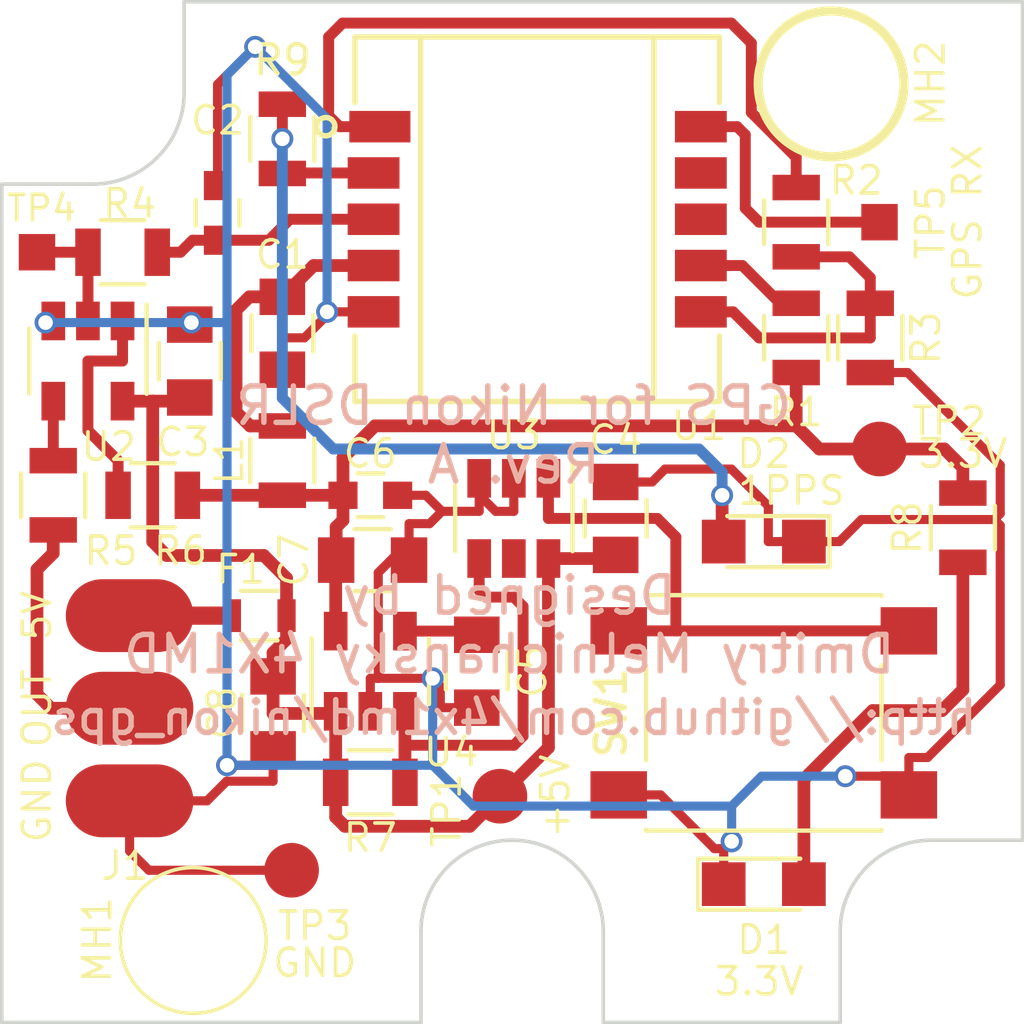
<source format=kicad_pcb>
(kicad_pcb (version 20171130) (host pcbnew "(5.1.12)-1")

  (general
    (thickness 1.6)
    (drawings 57)
    (tracks 222)
    (zones 0)
    (modules 34)
    (nets 24)
  )

  (page A4)
  (title_block
    (title "DIY GPS for Nikon DSLR")
    (date 2019-02-02)
    (rev A)
  )

  (layers
    (0 F.Cu signal)
    (31 B.Cu signal)
    (32 B.Adhes user hide)
    (33 F.Adhes user hide)
    (34 B.Paste user hide)
    (35 F.Paste user hide)
    (36 B.SilkS user hide)
    (37 F.SilkS user hide)
    (38 B.Mask user hide)
    (39 F.Mask user hide)
    (40 Dwgs.User user hide)
    (41 Cmts.User user hide)
    (42 Eco1.User user hide)
    (43 Eco2.User user hide)
    (44 Edge.Cuts user)
    (45 Margin user hide)
    (46 B.CrtYd user hide)
    (47 F.CrtYd user hide)
    (48 B.Fab user hide)
    (49 F.Fab user hide)
  )

  (setup
    (last_trace_width 0.25)
    (user_trace_width 0.2)
    (user_trace_width 0.25)
    (user_trace_width 0.3)
    (user_trace_width 0.35)
    (user_trace_width 0.45)
    (user_trace_width 0.5)
    (user_trace_width 0.75)
    (user_trace_width 1)
    (trace_clearance 0.25)
    (zone_clearance 0.3)
    (zone_45_only no)
    (trace_min 0.2)
    (via_size 0.6)
    (via_drill 0.4)
    (via_min_size 0.4)
    (via_min_drill 0.3)
    (user_via 0.5 0.3)
    (user_via 0.7 0.5)
    (user_via 1 0.5)
    (uvia_size 0.3)
    (uvia_drill 0.1)
    (uvias_allowed no)
    (uvia_min_size 0.2)
    (uvia_min_drill 0.1)
    (edge_width 0.05)
    (segment_width 0.05)
    (pcb_text_width 0.3)
    (pcb_text_size 1.5 1.5)
    (mod_edge_width 0.15)
    (mod_text_size 1 1)
    (mod_text_width 0.15)
    (pad_size 2.5 2.5)
    (pad_drill 2.5)
    (pad_to_mask_clearance 0.2)
    (aux_axis_origin 165 105)
    (visible_elements 7FFFFFFF)
    (pcbplotparams
      (layerselection 0x010f0_80000001)
      (usegerberextensions false)
      (usegerberattributes false)
      (usegerberadvancedattributes false)
      (creategerberjobfile false)
      (excludeedgelayer false)
      (linewidth 0.100000)
      (plotframeref false)
      (viasonmask false)
      (mode 1)
      (useauxorigin false)
      (hpglpennumber 1)
      (hpglpenspeed 20)
      (hpglpendiameter 15.000000)
      (psnegative false)
      (psa4output false)
      (plotreference true)
      (plotvalue false)
      (plotinvisibletext false)
      (padsonsilk false)
      (subtractmaskfromsilk false)
      (outputformat 1)
      (mirror false)
      (drillshape 0)
      (scaleselection 1)
      (outputdirectory "gerbers"))
  )

  (net 0 "")
  (net 1 +5V)
  (net 2 +3V3)
  (net 3 /GPS_TX)
  (net 4 /GPS_RX)
  (net 5 GND)
  (net 6 "Net-(F1-Pad2)")
  (net 7 /~CTS)
  (net 8 /ON_OFF)
  (net 9 /WAKEUP)
  (net 10 /GPS_OUT)
  (net 11 /BUF_IN)
  (net 12 /3.3V_EN)
  (net 13 /BUF_OUT)
  (net 14 "Net-(D1-Pad2)")
  (net 15 "Net-(D2-Pad2)")
  (net 16 /1PPS)
  (net 17 /C_BYP)
  (net 18 /BUF_EN)
  (net 19 /ON_SW)
  (net 20 /3.3V_GPS)
  (net 21 "Net-(U1-Pad8)")
  (net 22 "Net-(U1-Pad9)")
  (net 23 "Net-(U3-Pad5)")

  (net_class Default "This is the default net class."
    (clearance 0.25)
    (trace_width 0.25)
    (via_dia 0.6)
    (via_drill 0.4)
    (uvia_dia 0.3)
    (uvia_drill 0.1)
    (add_net +3V3)
    (add_net +5V)
    (add_net /1PPS)
    (add_net /3.3V_EN)
    (add_net /3.3V_GPS)
    (add_net /BUF_EN)
    (add_net /BUF_IN)
    (add_net /BUF_OUT)
    (add_net /C_BYP)
    (add_net /GPS_OUT)
    (add_net /GPS_RX)
    (add_net /GPS_TX)
    (add_net /ON_OFF)
    (add_net /ON_SW)
    (add_net /WAKEUP)
    (add_net /~CTS)
    (add_net GND)
    (add_net "Net-(D1-Pad2)")
    (add_net "Net-(D2-Pad2)")
    (add_net "Net-(F1-Pad2)")
    (add_net "Net-(U1-Pad8)")
    (add_net "Net-(U1-Pad9)")
    (add_net "Net-(U3-Pad5)")
  )

  (module Nikon_GPS:ORG1411_GPS locked (layer F.Cu) (tedit 5C55818B) (tstamp 5C039E64)
    (at 119.888 100.965 180)
    (tags "gps gnss glonass org1411")
    (path /5BC1FDBC)
    (fp_text reference U1 (at 0.762 -10.668) (layer F.SilkS)
      (effects (font (size 0.75 0.75) (thickness 0.1)))
    )
    (fp_text value "Hornet ORG1411" (at 5.207 -9.144 180) (layer F.Fab)
      (effects (font (size 0.5 0.5) (thickness 0.05)))
    )
    (fp_circle (center 11 -2.46) (end 11.25 -2.46) (layer F.SilkS) (width 0.15))
    (fp_line (start 10.2 -1.8) (end 10.2 0) (layer F.SilkS) (width 0.15))
    (fp_line (start 0.2 0) (end 10.2 0) (layer F.SilkS) (width 0.15))
    (fp_line (start 0.2 -10) (end 10.2 -10) (layer F.SilkS) (width 0.15))
    (fp_line (start 0.2 -10) (end 0.2 -8.2) (layer F.SilkS) (width 0.15))
    (fp_line (start 10.2 -10) (end 10.2 -8.2) (layer F.SilkS) (width 0.15))
    (fp_line (start 0.2 -1.8) (end 0.2 0) (layer F.SilkS) (width 0.15))
    (fp_line (start 2 -10) (end 2 0) (layer F.SilkS) (width 0.15))
    (fp_line (start 8.4 -10) (end 8.4 0) (layer F.SilkS) (width 0.15))
    (pad 6 smd rect (at 0.711 -7.54 180) (size 1.422 0.864) (layers F.Cu F.Paste F.Mask)
      (net 9 /WAKEUP))
    (pad 7 smd rect (at 0.711 -6.27 180) (size 1.422 0.864) (layers F.Cu F.Paste F.Mask)
      (net 7 /~CTS))
    (pad 8 smd rect (at 0.711 -5 180) (size 1.422 0.864) (layers F.Cu F.Paste F.Mask)
      (net 21 "Net-(U1-Pad8)"))
    (pad 9 smd rect (at 0.711 -3.73 180) (size 1.422 0.864) (layers F.Cu F.Paste F.Mask)
      (net 22 "Net-(U1-Pad9)"))
    (pad 10 smd rect (at 0.711 -2.46 180) (size 1.422 0.864) (layers F.Cu F.Paste F.Mask)
      (net 4 /GPS_RX))
    (pad 5 smd rect (at 9.689 -7.54 180) (size 1.422 0.864) (layers F.Cu F.Paste F.Mask)
      (net 5 GND))
    (pad 4 smd rect (at 9.689 -6.27 180) (size 1.422 0.864) (layers F.Cu F.Paste F.Mask)
      (net 20 /3.3V_GPS))
    (pad 3 smd rect (at 9.689 -5 180) (size 1.422 0.864) (layers F.Cu F.Paste F.Mask)
      (net 3 /GPS_TX))
    (pad 2 smd rect (at 9.689 -3.73 180) (size 1.422 0.864) (layers F.Cu F.Paste F.Mask)
      (net 16 /1PPS))
    (pad "" np_thru_hole circle (at 5.2 -5.69 180) (size 1.778 1.778) (drill 1.778) (layers *.Cu *.Mask))
    (pad 1 smd rect (at 9.5165 -2.46 180) (size 1.676 0.864) (layers F.Cu F.Paste F.Mask)
      (net 8 /ON_OFF))
    (model ${KIPRJMOD}/nikon_gps.3dshapes/ORG1410_GPS.wrl
      (offset (xyz 5.20001492190361 5.000015324907303 0))
      (scale (xyz 0.393701 0.393701 0.393701))
      (rotate (xyz 0 0 0))
    )
  )

  (module Nikon_GPS:SOT-23-5 (layer F.Cu) (tedit 5C557F62) (tstamp 5BCF8FB9)
    (at 102.362 109.855 270)
    (descr "5-pin SOT23 package")
    (tags SOT-23-5)
    (path /5BCC036B)
    (attr smd)
    (fp_text reference U2 (at 2.3495 -0.5715) (layer F.SilkS)
      (effects (font (size 0.75 0.75) (thickness 0.1)))
    )
    (fp_text value SN74LV1T126_ALT (at 0.381 0) (layer F.Fab)
      (effects (font (size 0.3 0.3) (thickness 0.05)))
    )
    (fp_line (start 0.9 -1.55) (end 0.9 1.55) (layer F.Fab) (width 0.1))
    (fp_line (start 0.9 1.55) (end -0.9 1.55) (layer F.Fab) (width 0.1))
    (fp_line (start -0.9 -0.9) (end -0.9 1.55) (layer F.Fab) (width 0.1))
    (fp_line (start 0.9 -1.55) (end -0.25 -1.55) (layer F.Fab) (width 0.1))
    (fp_line (start -0.9 -0.9) (end -0.25 -1.55) (layer F.Fab) (width 0.1))
    (fp_line (start -1.9 1.8) (end -1.9 -1.8) (layer F.CrtYd) (width 0.05))
    (fp_line (start 1.9 1.8) (end -1.9 1.8) (layer F.CrtYd) (width 0.05))
    (fp_line (start 1.9 -1.8) (end 1.9 1.8) (layer F.CrtYd) (width 0.05))
    (fp_line (start -1.9 -1.8) (end 1.9 -1.8) (layer F.CrtYd) (width 0.05))
    (fp_line (start 0.9 -1.61) (end -1.55 -1.61) (layer F.SilkS) (width 0.12))
    (fp_line (start -0.9 1.61) (end 0.9 1.61) (layer F.SilkS) (width 0.12))
    (fp_text user %R (at -0.254 0) (layer F.Fab)
      (effects (font (size 0.5 0.5) (thickness 0.075)))
    )
    (pad 1 smd rect (at -1.1 -0.95 270) (size 1.06 0.65) (layers F.Cu F.Paste F.Mask)
      (net 18 /BUF_EN))
    (pad 2 smd rect (at -1.1 0 270) (size 1.06 0.65) (layers F.Cu F.Paste F.Mask)
      (net 11 /BUF_IN))
    (pad 3 smd rect (at -1.1 0.95 270) (size 1.06 0.65) (layers F.Cu F.Paste F.Mask)
      (net 5 GND))
    (pad 4 smd rect (at 1.1 0.95 270) (size 1.06 0.65) (layers F.Cu F.Paste F.Mask)
      (net 13 /BUF_OUT))
    (pad 5 smd rect (at 1.1 -0.95 270) (size 1.06 0.65) (layers F.Cu F.Paste F.Mask)
      (net 1 +5V))
    (model ${KIPRJMOD}/nikon_gps.3dshapes/SOT-23-5.wrl
      (at (xyz 0 0 0))
      (scale (xyz 1 1 1))
      (rotate (xyz 0 0 0))
    )
  )

  (module Nikon_GPS:SOT-23-5 (layer F.Cu) (tedit 5C557F9C) (tstamp 5BCB9075)
    (at 110.109 118.364 90)
    (descr "5-pin SOT23 package")
    (tags SOT-23-5)
    (path /5BC21D73)
    (attr smd)
    (fp_text reference U4 (at -2.2225 2.2225 180) (layer F.SilkS)
      (effects (font (size 0.75 0.75) (thickness 0.1)))
    )
    (fp_text value MIC5205-3.3 (at -0.127 0.127 180) (layer F.Fab)
      (effects (font (size 0.25 0.25) (thickness 0.05)))
    )
    (fp_line (start 0.9 -1.55) (end 0.9 1.55) (layer F.Fab) (width 0.1))
    (fp_line (start 0.9 1.55) (end -0.9 1.55) (layer F.Fab) (width 0.1))
    (fp_line (start -0.9 -0.9) (end -0.9 1.55) (layer F.Fab) (width 0.1))
    (fp_line (start 0.9 -1.55) (end -0.25 -1.55) (layer F.Fab) (width 0.1))
    (fp_line (start -0.9 -0.9) (end -0.25 -1.55) (layer F.Fab) (width 0.1))
    (fp_line (start -1.9 1.8) (end -1.9 -1.8) (layer F.CrtYd) (width 0.05))
    (fp_line (start 1.9 1.8) (end -1.9 1.8) (layer F.CrtYd) (width 0.05))
    (fp_line (start 1.9 -1.8) (end 1.9 1.8) (layer F.CrtYd) (width 0.05))
    (fp_line (start -1.9 -1.8) (end 1.9 -1.8) (layer F.CrtYd) (width 0.05))
    (fp_line (start 0.9 -1.61) (end -1.55 -1.61) (layer F.SilkS) (width 0.12))
    (fp_line (start -0.9 1.61) (end 0.9 1.61) (layer F.SilkS) (width 0.12))
    (fp_text user %R (at 0.508 0 180) (layer F.Fab)
      (effects (font (size 0.5 0.5) (thickness 0.075)))
    )
    (pad 1 smd rect (at -1.1 -0.95 90) (size 1.06 0.65) (layers F.Cu F.Paste F.Mask)
      (net 1 +5V))
    (pad 2 smd rect (at -1.1 0 90) (size 1.06 0.65) (layers F.Cu F.Paste F.Mask)
      (net 5 GND))
    (pad 3 smd rect (at -1.1 0.95 90) (size 1.06 0.65) (layers F.Cu F.Paste F.Mask)
      (net 12 /3.3V_EN))
    (pad 4 smd rect (at 1.1 0.95 90) (size 1.06 0.65) (layers F.Cu F.Paste F.Mask)
      (net 17 /C_BYP))
    (pad 5 smd rect (at 1.1 -0.95 90) (size 1.06 0.65) (layers F.Cu F.Paste F.Mask)
      (net 2 +3V3))
    (model ${KIPRJMOD}/nikon_gps.3dshapes/SOT-23-5.wrl
      (at (xyz 0 0 0))
      (scale (xyz 1 1 1))
      (rotate (xyz 0 0 0))
    )
  )

  (module Nikon_GPS:LED_0805 (layer F.Cu) (tedit 5C557CC5) (tstamp 5BCF8F5F)
    (at 120.904 124.206)
    (descr "LED 0805 smd package")
    (tags "LED led 0805 SMD smd SMT smt smdled SMDLED smtled SMTLED")
    (path /5BCCC668)
    (attr smd)
    (fp_text reference D1 (at 0 1.524) (layer F.SilkS)
      (effects (font (size 0.75 0.75) (thickness 0.1)))
    )
    (fp_text value Red (at 0.508 0 90) (layer F.Fab)
      (effects (font (size 0.3 0.3) (thickness 0.05)))
    )
    (fp_line (start -1.95 -0.85) (end 1.95 -0.85) (layer F.CrtYd) (width 0.05))
    (fp_line (start -1.95 0.85) (end -1.95 -0.85) (layer F.CrtYd) (width 0.05))
    (fp_line (start 1.95 0.85) (end -1.95 0.85) (layer F.CrtYd) (width 0.05))
    (fp_line (start 1.95 -0.85) (end 1.95 0.85) (layer F.CrtYd) (width 0.05))
    (fp_line (start -1.8 -0.7) (end 1 -0.7) (layer F.SilkS) (width 0.12))
    (fp_line (start -1.8 0.7) (end 1 0.7) (layer F.SilkS) (width 0.12))
    (fp_line (start -1 0.6) (end -1 -0.6) (layer F.Fab) (width 0.1))
    (fp_line (start -1 -0.6) (end 1 -0.6) (layer F.Fab) (width 0.1))
    (fp_line (start 1 -0.6) (end 1 0.6) (layer F.Fab) (width 0.1))
    (fp_line (start 1 0.6) (end -1 0.6) (layer F.Fab) (width 0.1))
    (fp_line (start 0.2 -0.4) (end 0.2 0.4) (layer F.Fab) (width 0.1))
    (fp_line (start 0.2 0.4) (end -0.4 0) (layer F.Fab) (width 0.1))
    (fp_line (start -0.4 0) (end 0.2 -0.4) (layer F.Fab) (width 0.1))
    (fp_line (start -0.4 -0.4) (end -0.4 0.4) (layer F.Fab) (width 0.1))
    (fp_line (start -1.8 -0.7) (end -1.8 0.7) (layer F.SilkS) (width 0.12))
    (fp_text user %R (at -0.635 0 90) (layer F.Fab)
      (effects (font (size 0.3 0.3) (thickness 0.05)))
    )
    (pad 2 smd rect (at 1.1 0 180) (size 1.2 1.2) (layers F.Cu F.Paste F.Mask)
      (net 14 "Net-(D1-Pad2)"))
    (pad 1 smd rect (at -1.1 0 180) (size 1.2 1.2) (layers F.Cu F.Paste F.Mask)
      (net 5 GND))
    (model ${KIPRJMOD}/nikon_gps.3dshapes/LED_0805.wrl
      (at (xyz 0 0 0))
      (scale (xyz 1 1 1))
      (rotate (xyz 0 0 180))
    )
  )

  (module Nikon_GPS:LED_0805 (layer F.Cu) (tedit 5C5575BF) (tstamp 5BCF8F64)
    (at 120.904 114.808 180)
    (descr "LED 0805 smd package")
    (tags "LED led 0805 SMD smd SMT smt smdled SMDLED smtled SMTLED")
    (path /5BCCC6E9)
    (attr smd)
    (fp_text reference D2 (at 0 2.413 180) (layer F.SilkS)
      (effects (font (size 0.75 0.75) (thickness 0.1)))
    )
    (fp_text value Blue (at -0.762 0 270) (layer F.Fab)
      (effects (font (size 0.25 0.25) (thickness 0.05)))
    )
    (fp_line (start -1.95 -0.85) (end 1.95 -0.85) (layer F.CrtYd) (width 0.05))
    (fp_line (start -1.95 0.85) (end -1.95 -0.85) (layer F.CrtYd) (width 0.05))
    (fp_line (start 1.95 0.85) (end -1.95 0.85) (layer F.CrtYd) (width 0.05))
    (fp_line (start 1.95 -0.85) (end 1.95 0.85) (layer F.CrtYd) (width 0.05))
    (fp_line (start -1.8 -0.7) (end 1 -0.7) (layer F.SilkS) (width 0.12))
    (fp_line (start -1.8 0.7) (end 1 0.7) (layer F.SilkS) (width 0.12))
    (fp_line (start -1 0.6) (end -1 -0.6) (layer F.Fab) (width 0.1))
    (fp_line (start -1 -0.6) (end 1 -0.6) (layer F.Fab) (width 0.1))
    (fp_line (start 1 -0.6) (end 1 0.6) (layer F.Fab) (width 0.1))
    (fp_line (start 1 0.6) (end -1 0.6) (layer F.Fab) (width 0.1))
    (fp_line (start 0.2 -0.4) (end 0.2 0.4) (layer F.Fab) (width 0.1))
    (fp_line (start 0.2 0.4) (end -0.4 0) (layer F.Fab) (width 0.1))
    (fp_line (start -0.4 0) (end 0.2 -0.4) (layer F.Fab) (width 0.1))
    (fp_line (start -0.4 -0.4) (end -0.4 0.4) (layer F.Fab) (width 0.1))
    (fp_line (start -1.8 -0.7) (end -1.8 0.7) (layer F.SilkS) (width 0.12))
    (fp_text user %R (at 0.635 0 270) (layer F.Fab)
      (effects (font (size 0.25 0.25) (thickness 0.05)))
    )
    (pad 2 smd rect (at 1.1 0) (size 1.2 1.2) (layers F.Cu F.Paste F.Mask)
      (net 15 "Net-(D2-Pad2)"))
    (pad 1 smd rect (at -1.1 0) (size 1.2 1.2) (layers F.Cu F.Paste F.Mask)
      (net 5 GND))
    (model ${KIPRJMOD}/nikon_gps.3dshapes/LED_0805.wrl
      (at (xyz 0 0 0))
      (scale (xyz 1 1 1))
      (rotate (xyz 0 0 180))
    )
  )

  (module Nikon_GPS:R_0603 (layer F.Cu) (tedit 5C556FD5) (tstamp 5BCF8F69)
    (at 107.061 116.84 180)
    (descr "Resistor SMD 0603, reflow soldering, Vishay (see dcrcw.pdf)")
    (tags "resistor 0603")
    (path /5BC25B14)
    (attr smd)
    (fp_text reference F1 (at 0.508 1.27 180) (layer F.SilkS)
      (effects (font (size 0.75 0.75) (thickness 0.1)))
    )
    (fp_text value 0.1A (at 0 -0.254 180) (layer F.Fab)
      (effects (font (size 0.4 0.4) (thickness 0.05)))
    )
    (fp_line (start 1.25 0.7) (end -1.25 0.7) (layer F.CrtYd) (width 0.05))
    (fp_line (start 1.25 0.7) (end 1.25 -0.7) (layer F.CrtYd) (width 0.05))
    (fp_line (start -1.25 -0.7) (end -1.25 0.7) (layer F.CrtYd) (width 0.05))
    (fp_line (start -1.25 -0.7) (end 1.25 -0.7) (layer F.CrtYd) (width 0.05))
    (fp_line (start -0.5 -0.68) (end 0.5 -0.68) (layer F.SilkS) (width 0.12))
    (fp_line (start 0.5 0.68) (end -0.5 0.68) (layer F.SilkS) (width 0.12))
    (fp_line (start -0.8 -0.4) (end 0.8 -0.4) (layer F.Fab) (width 0.1))
    (fp_line (start 0.8 -0.4) (end 0.8 0.4) (layer F.Fab) (width 0.1))
    (fp_line (start 0.8 0.4) (end -0.8 0.4) (layer F.Fab) (width 0.1))
    (fp_line (start -0.8 0.4) (end -0.8 -0.4) (layer F.Fab) (width 0.1))
    (fp_text user %R (at 0 0 180) (layer F.Fab)
      (effects (font (size 0.4 0.4) (thickness 0.075)))
    )
    (pad 1 smd rect (at -0.75 0 180) (size 0.5 0.9) (layers F.Cu F.Paste F.Mask)
      (net 1 +5V))
    (pad 2 smd rect (at 0.75 0 180) (size 0.5 0.9) (layers F.Cu F.Paste F.Mask)
      (net 6 "Net-(F1-Pad2)"))
    (model ${KIPRJMOD}/nikon_gps.3dshapes/R_0603.wrl
      (at (xyz 0 0 0))
      (scale (xyz 1 1 1))
      (rotate (xyz 0 0 0))
    )
  )

  (module Nikon_GPS:Connection_Pads_03 (layer F.Cu) (tedit 5C5581D2) (tstamp 5BCF8F6E)
    (at 103.505 119.38 270)
    (descr "Three connection pads.")
    (tags "Just a \"Net tie\" as an more or less elegant way to connect two different nets without disturbing ERC and DRC. Make connection between the pads by yourself.")
    (path /5BC2557D)
    (fp_text reference J1 (at 4.318 0.127) (layer F.SilkS)
      (effects (font (size 0.75 0.75) (thickness 0.1)))
    )
    (fp_text value Conn_01x03 (at 0 0 270) (layer F.Fab)
      (effects (font (size 0.4 0.4) (thickness 0.05)))
    )
    (fp_text user %R (at 0 -2.54 270) (layer F.Fab)
      (effects (font (size 0.4 0.4) (thickness 0.05)))
    )
    (pad 1 smd oval (at -2.54 0 270) (size 2 3.5) (layers F.Cu F.Paste F.Mask)
      (net 6 "Net-(F1-Pad2)"))
    (pad 2 smd oval (at 0 0 270) (size 2 3.5) (layers F.Cu F.Paste F.Mask)
      (net 10 /GPS_OUT))
    (pad 3 smd oval (at 2.54 0 270) (size 2 3.5) (layers F.Cu F.Paste F.Mask)
      (net 5 GND))
  )

  (module Nikon_GPS:SW_SPST_PTS645 (layer F.Cu) (tedit 5C557C86) (tstamp 5BCF8FA1)
    (at 120.904 119.507 180)
    (descr "C&K Components SPST SMD PTS645 Series 6mm Tact Switch")
    (tags "SPST Button Switch")
    (path /5BCB891F)
    (attr smd)
    (fp_text reference SW1 (at 4.191 0 270) (layer F.SilkS)
      (effects (font (size 0.8 0.8) (thickness 0.15)))
    )
    (fp_text value ON/OFF (at 0 0 180) (layer F.Fab)
      (effects (font (size 0.4 0.4) (thickness 0.05)))
    )
    (fp_circle (center 0 0) (end 1.75 -0.05) (layer F.Fab) (width 0.1))
    (fp_line (start -3.23 3.23) (end 3.23 3.23) (layer F.SilkS) (width 0.12))
    (fp_line (start -3.23 -1.3) (end -3.23 1.3) (layer F.SilkS) (width 0.12))
    (fp_line (start -3.23 -3.23) (end 3.23 -3.23) (layer F.SilkS) (width 0.12))
    (fp_line (start 3.23 -1.3) (end 3.23 1.3) (layer F.SilkS) (width 0.12))
    (fp_line (start -3.23 -3.2) (end -3.23 -3.23) (layer F.SilkS) (width 0.12))
    (fp_line (start -3.23 3.23) (end -3.23 3.2) (layer F.SilkS) (width 0.12))
    (fp_line (start 3.23 3.23) (end 3.23 3.2) (layer F.SilkS) (width 0.12))
    (fp_line (start 3.23 -3.23) (end 3.23 -3.2) (layer F.SilkS) (width 0.12))
    (fp_line (start -5.05 -3.4) (end 5.05 -3.4) (layer F.CrtYd) (width 0.05))
    (fp_line (start -5.05 3.4) (end 5.05 3.4) (layer F.CrtYd) (width 0.05))
    (fp_line (start -5.05 -3.4) (end -5.05 3.4) (layer F.CrtYd) (width 0.05))
    (fp_line (start 5.05 3.4) (end 5.05 -3.4) (layer F.CrtYd) (width 0.05))
    (fp_line (start 3 -3) (end -3 -3) (layer F.Fab) (width 0.1))
    (fp_line (start 3 3) (end 3 -3) (layer F.Fab) (width 0.1))
    (fp_line (start -3 3) (end 3 3) (layer F.Fab) (width 0.1))
    (fp_line (start -3 -3) (end -3 3) (layer F.Fab) (width 0.1))
    (fp_text user %R (at 0 -0.635 180) (layer F.Fab)
      (effects (font (size 0.4 0.4) (thickness 0.05)))
    )
    (pad 2 smd rect (at -3.98 2.25 180) (size 1.55 1.3) (layers F.Cu F.Paste F.Mask)
      (net 19 /ON_SW))
    (pad 1 smd rect (at -3.98 -2.25 180) (size 1.55 1.3) (layers F.Cu F.Paste F.Mask)
      (net 5 GND))
    (pad 1 smd rect (at 3.98 -2.25 180) (size 1.55 1.3) (layers F.Cu F.Paste F.Mask)
      (net 5 GND))
    (pad 2 smd rect (at 3.98 2.25 180) (size 1.55 1.3) (layers F.Cu F.Paste F.Mask)
      (net 19 /ON_SW))
    (model ${KIPRJMOD}/nikon_gps.3dshapes/SW_SPST_PTS645.wrl
      (at (xyz 0 0 0))
      (scale (xyz 1 1 1))
      (rotate (xyz 0 0 0))
    )
  )

  (module Nikon_GPS:SOT-23-6 (layer F.Cu) (tedit 5C557FCE) (tstamp 5BCF8FC3)
    (at 114.046 114.173 270)
    (descr "6-pin SOT-23 package")
    (tags SOT-23-6)
    (path /5BCB97B0)
    (attr smd)
    (fp_text reference U3 (at -2.286 0) (layer F.SilkS)
      (effects (font (size 0.75 0.75) (thickness 0.1)))
    )
    (fp_text value MAX16054 (at 0.635 0) (layer F.Fab)
      (effects (font (size 0.3 0.3) (thickness 0.05)))
    )
    (fp_line (start 0.9 -1.55) (end 0.9 1.55) (layer F.Fab) (width 0.1))
    (fp_line (start 0.9 1.55) (end -0.9 1.55) (layer F.Fab) (width 0.1))
    (fp_line (start -0.9 -0.9) (end -0.9 1.55) (layer F.Fab) (width 0.1))
    (fp_line (start 0.9 -1.55) (end -0.25 -1.55) (layer F.Fab) (width 0.1))
    (fp_line (start -0.9 -0.9) (end -0.25 -1.55) (layer F.Fab) (width 0.1))
    (fp_line (start -1.9 -1.8) (end -1.9 1.8) (layer F.CrtYd) (width 0.05))
    (fp_line (start -1.9 1.8) (end 1.9 1.8) (layer F.CrtYd) (width 0.05))
    (fp_line (start 1.9 1.8) (end 1.9 -1.8) (layer F.CrtYd) (width 0.05))
    (fp_line (start 1.9 -1.8) (end -1.9 -1.8) (layer F.CrtYd) (width 0.05))
    (fp_line (start 0.9 -1.61) (end -1.55 -1.61) (layer F.SilkS) (width 0.12))
    (fp_line (start -0.9 1.61) (end 0.9 1.61) (layer F.SilkS) (width 0.12))
    (fp_text user %R (at -0.381 0.889) (layer F.Fab)
      (effects (font (size 0.5 0.5) (thickness 0.075)))
    )
    (pad 1 smd rect (at -1.1 -0.95 270) (size 1.06 0.65) (layers F.Cu F.Paste F.Mask)
      (net 19 /ON_SW))
    (pad 2 smd rect (at -1.1 0 270) (size 1.06 0.65) (layers F.Cu F.Paste F.Mask)
      (net 5 GND))
    (pad 3 smd rect (at -1.1 0.95 270) (size 1.06 0.65) (layers F.Cu F.Paste F.Mask)
      (net 5 GND))
    (pad 4 smd rect (at 1.1 0.95 270) (size 1.06 0.65) (layers F.Cu F.Paste F.Mask)
      (net 12 /3.3V_EN))
    (pad 6 smd rect (at 1.1 -0.95 270) (size 1.06 0.65) (layers F.Cu F.Paste F.Mask)
      (net 1 +5V))
    (pad 5 smd rect (at 1.1 0 270) (size 1.06 0.65) (layers F.Cu F.Paste F.Mask)
      (net 23 "Net-(U3-Pad5)"))
    (model ${KIPRJMOD}/nikon_gps.3dshapes/SOT-23-6.wrl
      (at (xyz 0 0 0))
      (scale (xyz 1 1 1))
      (rotate (xyz 0 0 0))
    )
  )

  (module Nikon_GPS:C_0805 (layer F.Cu) (tedit 5C5576DC) (tstamp 5BD56B6F)
    (at 107.696 109.093 90)
    (descr "Capacitor SMD 0805, reflow soldering, AVX (see smccp.pdf)")
    (tags "capacitor 0805")
    (path /5BCC7898)
    (attr smd)
    (fp_text reference C1 (at 2.159 0 180) (layer F.SilkS)
      (effects (font (size 0.75 0.75) (thickness 0.1)))
    )
    (fp_text value 100nF (at 0 0.254 90) (layer F.Fab)
      (effects (font (size 0.3 0.3) (thickness 0.05)))
    )
    (fp_line (start 1.75 0.87) (end -1.75 0.87) (layer F.CrtYd) (width 0.05))
    (fp_line (start 1.75 0.87) (end 1.75 -0.88) (layer F.CrtYd) (width 0.05))
    (fp_line (start -1.75 -0.88) (end -1.75 0.87) (layer F.CrtYd) (width 0.05))
    (fp_line (start -1.75 -0.88) (end 1.75 -0.88) (layer F.CrtYd) (width 0.05))
    (fp_line (start -0.5 0.85) (end 0.5 0.85) (layer F.SilkS) (width 0.12))
    (fp_line (start 0.5 -0.85) (end -0.5 -0.85) (layer F.SilkS) (width 0.12))
    (fp_line (start -1 -0.62) (end 1 -0.62) (layer F.Fab) (width 0.1))
    (fp_line (start 1 -0.62) (end 1 0.62) (layer F.Fab) (width 0.1))
    (fp_line (start 1 0.62) (end -1 0.62) (layer F.Fab) (width 0.1))
    (fp_line (start -1 0.62) (end -1 -0.62) (layer F.Fab) (width 0.1))
    (fp_text user %R (at 0 -0.254 90) (layer F.Fab)
      (effects (font (size 0.3 0.3) (thickness 0.05)))
    )
    (pad 1 smd rect (at -1 0 90) (size 1 1.25) (layers F.Cu F.Paste F.Mask)
      (net 5 GND))
    (pad 2 smd rect (at 1 0 90) (size 1 1.25) (layers F.Cu F.Paste F.Mask)
      (net 20 /3.3V_GPS))
    (model ${KIPRJMOD}/nikon_gps.3dshapes/C_0805.wrl
      (at (xyz 0 0 0))
      (scale (xyz 1 1 1))
      (rotate (xyz 0 0 0))
    )
  )

  (module Nikon_GPS:C_0805 (layer F.Cu) (tedit 5C557F59) (tstamp 5BD56B79)
    (at 105.156 109.855 270)
    (descr "Capacitor SMD 0805, reflow soldering, AVX (see smccp.pdf)")
    (tags "capacitor 0805")
    (path /5BCC7288)
    (attr smd)
    (fp_text reference C3 (at 2.2225 0.1905) (layer F.SilkS)
      (effects (font (size 0.75 0.75) (thickness 0.1)))
    )
    (fp_text value 100nF (at 0 -0.254 270) (layer F.Fab)
      (effects (font (size 0.3 0.3) (thickness 0.05)))
    )
    (fp_line (start 1.75 0.87) (end -1.75 0.87) (layer F.CrtYd) (width 0.05))
    (fp_line (start 1.75 0.87) (end 1.75 -0.88) (layer F.CrtYd) (width 0.05))
    (fp_line (start -1.75 -0.88) (end -1.75 0.87) (layer F.CrtYd) (width 0.05))
    (fp_line (start -1.75 -0.88) (end 1.75 -0.88) (layer F.CrtYd) (width 0.05))
    (fp_line (start -0.5 0.85) (end 0.5 0.85) (layer F.SilkS) (width 0.12))
    (fp_line (start 0.5 -0.85) (end -0.5 -0.85) (layer F.SilkS) (width 0.12))
    (fp_line (start -1 -0.62) (end 1 -0.62) (layer F.Fab) (width 0.1))
    (fp_line (start 1 -0.62) (end 1 0.62) (layer F.Fab) (width 0.1))
    (fp_line (start 1 0.62) (end -1 0.62) (layer F.Fab) (width 0.1))
    (fp_line (start -1 0.62) (end -1 -0.62) (layer F.Fab) (width 0.1))
    (fp_text user %R (at 0 0.254 270) (layer F.Fab)
      (effects (font (size 0.3 0.3) (thickness 0.05)))
    )
    (pad 1 smd rect (at -1 0 270) (size 1 1.25) (layers F.Cu F.Paste F.Mask)
      (net 5 GND))
    (pad 2 smd rect (at 1 0 270) (size 1 1.25) (layers F.Cu F.Paste F.Mask)
      (net 1 +5V))
    (model ${KIPRJMOD}/nikon_gps.3dshapes/C_0805.wrl
      (at (xyz 0 0 0))
      (scale (xyz 1 1 1))
      (rotate (xyz 0 0 0))
    )
  )

  (module Nikon_GPS:C_0805 (layer F.Cu) (tedit 5C557FC9) (tstamp 5BD56B7E)
    (at 116.84 114.173 270)
    (descr "Capacitor SMD 0805, reflow soldering, AVX (see smccp.pdf)")
    (tags "capacitor 0805")
    (path /5BCC622D)
    (attr smd)
    (fp_text reference C4 (at -2.159 0) (layer F.SilkS)
      (effects (font (size 0.75 0.75) (thickness 0.1)))
    )
    (fp_text value 100nF (at 0 -0.254 270) (layer F.Fab)
      (effects (font (size 0.4 0.4) (thickness 0.05)))
    )
    (fp_line (start 1.75 0.87) (end -1.75 0.87) (layer F.CrtYd) (width 0.05))
    (fp_line (start 1.75 0.87) (end 1.75 -0.88) (layer F.CrtYd) (width 0.05))
    (fp_line (start -1.75 -0.88) (end -1.75 0.87) (layer F.CrtYd) (width 0.05))
    (fp_line (start -1.75 -0.88) (end 1.75 -0.88) (layer F.CrtYd) (width 0.05))
    (fp_line (start -0.5 0.85) (end 0.5 0.85) (layer F.SilkS) (width 0.12))
    (fp_line (start 0.5 -0.85) (end -0.5 -0.85) (layer F.SilkS) (width 0.12))
    (fp_line (start -1 -0.62) (end 1 -0.62) (layer F.Fab) (width 0.1))
    (fp_line (start 1 -0.62) (end 1 0.62) (layer F.Fab) (width 0.1))
    (fp_line (start 1 0.62) (end -1 0.62) (layer F.Fab) (width 0.1))
    (fp_line (start -1 0.62) (end -1 -0.62) (layer F.Fab) (width 0.1))
    (fp_text user %R (at 0 0.254 270) (layer F.Fab)
      (effects (font (size 0.4 0.4) (thickness 0.05)))
    )
    (pad 1 smd rect (at -1 0 270) (size 1 1.25) (layers F.Cu F.Paste F.Mask)
      (net 5 GND))
    (pad 2 smd rect (at 1 0 270) (size 1 1.25) (layers F.Cu F.Paste F.Mask)
      (net 1 +5V))
    (model ${KIPRJMOD}/nikon_gps.3dshapes/C_0805.wrl
      (at (xyz 0 0 0))
      (scale (xyz 1 1 1))
      (rotate (xyz 0 0 0))
    )
  )

  (module Nikon_GPS:C_0805 (layer F.Cu) (tedit 5C556EEF) (tstamp 5BD56B83)
    (at 113.03 118.364 270)
    (descr "Capacitor SMD 0805, reflow soldering, AVX (see smccp.pdf)")
    (tags "capacitor 0805")
    (path /5BCC5DEF)
    (attr smd)
    (fp_text reference C5 (at 0 -1.524 270) (layer F.SilkS)
      (effects (font (size 0.75 0.75) (thickness 0.1)))
    )
    (fp_text value 470pF (at 0 -0.254 270) (layer F.Fab)
      (effects (font (size 0.25 0.25) (thickness 0.05)))
    )
    (fp_line (start 1.75 0.87) (end -1.75 0.87) (layer F.CrtYd) (width 0.05))
    (fp_line (start 1.75 0.87) (end 1.75 -0.88) (layer F.CrtYd) (width 0.05))
    (fp_line (start -1.75 -0.88) (end -1.75 0.87) (layer F.CrtYd) (width 0.05))
    (fp_line (start -1.75 -0.88) (end 1.75 -0.88) (layer F.CrtYd) (width 0.05))
    (fp_line (start -0.5 0.85) (end 0.5 0.85) (layer F.SilkS) (width 0.12))
    (fp_line (start 0.5 -0.85) (end -0.5 -0.85) (layer F.SilkS) (width 0.12))
    (fp_line (start -1 -0.62) (end 1 -0.62) (layer F.Fab) (width 0.1))
    (fp_line (start 1 -0.62) (end 1 0.62) (layer F.Fab) (width 0.1))
    (fp_line (start 1 0.62) (end -1 0.62) (layer F.Fab) (width 0.1))
    (fp_line (start -1 0.62) (end -1 -0.62) (layer F.Fab) (width 0.1))
    (fp_text user %R (at 0 0.254 270) (layer F.Fab)
      (effects (font (size 0.4 0.4) (thickness 0.05)))
    )
    (pad 1 smd rect (at -1 0 270) (size 1 1.25) (layers F.Cu F.Paste F.Mask)
      (net 17 /C_BYP))
    (pad 2 smd rect (at 1 0 270) (size 1 1.25) (layers F.Cu F.Paste F.Mask)
      (net 5 GND))
    (model ${KIPRJMOD}/nikon_gps.3dshapes/C_0805.wrl
      (at (xyz 0 0 0))
      (scale (xyz 1 1 1))
      (rotate (xyz 0 0 0))
    )
  )

  (module Nikon_GPS:C_0805 (layer F.Cu) (tedit 5C557F6F) (tstamp 5BD56B8D)
    (at 110.172 115.316)
    (descr "Capacitor SMD 0805, reflow soldering, AVX (see smccp.pdf)")
    (tags "capacitor 0805")
    (path /5BCC5FD5)
    (attr smd)
    (fp_text reference C7 (at -2.159 0 90) (layer F.SilkS)
      (effects (font (size 0.75 0.75) (thickness 0.1)))
    )
    (fp_text value 10uF (at 0.0635 0.254) (layer F.Fab)
      (effects (font (size 0.4 0.4) (thickness 0.05)))
    )
    (fp_line (start 1.75 0.87) (end -1.75 0.87) (layer F.CrtYd) (width 0.05))
    (fp_line (start 1.75 0.87) (end 1.75 -0.88) (layer F.CrtYd) (width 0.05))
    (fp_line (start -1.75 -0.88) (end -1.75 0.87) (layer F.CrtYd) (width 0.05))
    (fp_line (start -1.75 -0.88) (end 1.75 -0.88) (layer F.CrtYd) (width 0.05))
    (fp_line (start -0.5 0.85) (end 0.5 0.85) (layer F.SilkS) (width 0.12))
    (fp_line (start 0.5 -0.85) (end -0.5 -0.85) (layer F.SilkS) (width 0.12))
    (fp_line (start -1 -0.62) (end 1 -0.62) (layer F.Fab) (width 0.1))
    (fp_line (start 1 -0.62) (end 1 0.62) (layer F.Fab) (width 0.1))
    (fp_line (start 1 0.62) (end -1 0.62) (layer F.Fab) (width 0.1))
    (fp_line (start -1 0.62) (end -1 -0.62) (layer F.Fab) (width 0.1))
    (fp_text user %R (at -0.0635 -0.254) (layer F.Fab)
      (effects (font (size 0.3 0.3) (thickness 0.05)))
    )
    (pad 1 smd rect (at -1 0) (size 1 1.25) (layers F.Cu F.Paste F.Mask)
      (net 2 +3V3))
    (pad 2 smd rect (at 1 0) (size 1 1.25) (layers F.Cu F.Paste F.Mask)
      (net 5 GND))
    (model ${KIPRJMOD}/nikon_gps.3dshapes/C_0805.wrl
      (at (xyz 0 0 0))
      (scale (xyz 1 1 1))
      (rotate (xyz 0 0 0))
    )
  )

  (module Nikon_GPS:R_0805 (layer F.Cu) (tedit 5C556D90) (tstamp 5BD56B92)
    (at 121.793 109.22 90)
    (descr "Resistor SMD 0805, reflow soldering, Vishay (see dcrcw.pdf)")
    (tags "resistor 0805")
    (path /5BB0D24B)
    (attr smd)
    (fp_text reference R1 (at -2.032 0 180) (layer F.SilkS)
      (effects (font (size 0.75 0.75) (thickness 0.1)))
    )
    (fp_text value 10K (at 0 0.254 90) (layer F.Fab)
      (effects (font (size 0.4 0.4) (thickness 0.05)))
    )
    (fp_line (start 1.55 0.9) (end -1.55 0.9) (layer F.CrtYd) (width 0.05))
    (fp_line (start 1.55 0.9) (end 1.55 -0.9) (layer F.CrtYd) (width 0.05))
    (fp_line (start -1.55 -0.9) (end -1.55 0.9) (layer F.CrtYd) (width 0.05))
    (fp_line (start -1.55 -0.9) (end 1.55 -0.9) (layer F.CrtYd) (width 0.05))
    (fp_line (start -0.6 -0.88) (end 0.6 -0.88) (layer F.SilkS) (width 0.12))
    (fp_line (start 0.6 0.88) (end -0.6 0.88) (layer F.SilkS) (width 0.12))
    (fp_line (start -1 -0.62) (end 1 -0.62) (layer F.Fab) (width 0.1))
    (fp_line (start 1 -0.62) (end 1 0.62) (layer F.Fab) (width 0.1))
    (fp_line (start 1 0.62) (end -1 0.62) (layer F.Fab) (width 0.1))
    (fp_line (start -1 0.62) (end -1 -0.62) (layer F.Fab) (width 0.1))
    (fp_text user %R (at 0 -0.254 90) (layer F.Fab)
      (effects (font (size 0.4 0.4) (thickness 0.05)))
    )
    (pad 1 smd rect (at -0.95 0 90) (size 0.7 1.3) (layers F.Cu F.Paste F.Mask)
      (net 2 +3V3))
    (pad 2 smd rect (at 0.95 0 90) (size 0.7 1.3) (layers F.Cu F.Paste F.Mask)
      (net 7 /~CTS))
    (model ${KIPRJMOD}/nikon_gps.3dshapes/R_0805.wrl
      (at (xyz 0 0 0))
      (scale (xyz 1 1 1))
      (rotate (xyz 0 0 0))
    )
  )

  (module Nikon_GPS:R_0805 (layer F.Cu) (tedit 5C557674) (tstamp 5BD56B97)
    (at 121.793 106.045 90)
    (descr "Resistor SMD 0805, reflow soldering, Vishay (see dcrcw.pdf)")
    (tags "resistor 0805")
    (path /5BC1FE51)
    (attr smd)
    (fp_text reference R2 (at 1.143 1.651 180) (layer F.SilkS)
      (effects (font (size 0.75 0.75) (thickness 0.1)))
    )
    (fp_text value 33 (at 0 -0.381 90) (layer F.Fab)
      (effects (font (size 0.4 0.4) (thickness 0.05)))
    )
    (fp_line (start 1.55 0.9) (end -1.55 0.9) (layer F.CrtYd) (width 0.05))
    (fp_line (start 1.55 0.9) (end 1.55 -0.9) (layer F.CrtYd) (width 0.05))
    (fp_line (start -1.55 -0.9) (end -1.55 0.9) (layer F.CrtYd) (width 0.05))
    (fp_line (start -1.55 -0.9) (end 1.55 -0.9) (layer F.CrtYd) (width 0.05))
    (fp_line (start -0.6 -0.88) (end 0.6 -0.88) (layer F.SilkS) (width 0.12))
    (fp_line (start 0.6 0.88) (end -0.6 0.88) (layer F.SilkS) (width 0.12))
    (fp_line (start -1 -0.62) (end 1 -0.62) (layer F.Fab) (width 0.1))
    (fp_line (start 1 -0.62) (end 1 0.62) (layer F.Fab) (width 0.1))
    (fp_line (start 1 0.62) (end -1 0.62) (layer F.Fab) (width 0.1))
    (fp_line (start -1 0.62) (end -1 -0.62) (layer F.Fab) (width 0.1))
    (fp_text user %R (at 0 0.254 90) (layer F.Fab)
      (effects (font (size 0.5 0.5) (thickness 0.075)))
    )
    (pad 1 smd rect (at -0.95 0 90) (size 0.7 1.3) (layers F.Cu F.Paste F.Mask)
      (net 9 /WAKEUP))
    (pad 2 smd rect (at 0.95 0 90) (size 0.7 1.3) (layers F.Cu F.Paste F.Mask)
      (net 8 /ON_OFF))
    (model ${KIPRJMOD}/nikon_gps.3dshapes/R_0805.wrl
      (at (xyz 0 0 0))
      (scale (xyz 1 1 1))
      (rotate (xyz 0 0 0))
    )
  )

  (module Nikon_GPS:R_0805 (layer F.Cu) (tedit 5C556CE4) (tstamp 5BD56B9C)
    (at 123.825 109.22 270)
    (descr "Resistor SMD 0805, reflow soldering, Vishay (see dcrcw.pdf)")
    (tags "resistor 0805")
    (path /5BC2155C)
    (attr smd)
    (fp_text reference R3 (at 0 -1.524 270) (layer F.SilkS)
      (effects (font (size 0.75 0.75) (thickness 0.1)))
    )
    (fp_text value 10K (at 0 -0.381 270) (layer F.Fab)
      (effects (font (size 0.5 0.5) (thickness 0.05)))
    )
    (fp_line (start 1.55 0.9) (end -1.55 0.9) (layer F.CrtYd) (width 0.05))
    (fp_line (start 1.55 0.9) (end 1.55 -0.9) (layer F.CrtYd) (width 0.05))
    (fp_line (start -1.55 -0.9) (end -1.55 0.9) (layer F.CrtYd) (width 0.05))
    (fp_line (start -1.55 -0.9) (end 1.55 -0.9) (layer F.CrtYd) (width 0.05))
    (fp_line (start -0.6 -0.88) (end 0.6 -0.88) (layer F.SilkS) (width 0.12))
    (fp_line (start 0.6 0.88) (end -0.6 0.88) (layer F.SilkS) (width 0.12))
    (fp_line (start -1 -0.62) (end 1 -0.62) (layer F.Fab) (width 0.1))
    (fp_line (start 1 -0.62) (end 1 0.62) (layer F.Fab) (width 0.1))
    (fp_line (start 1 0.62) (end -1 0.62) (layer F.Fab) (width 0.1))
    (fp_line (start -1 0.62) (end -1 -0.62) (layer F.Fab) (width 0.1))
    (fp_text user %R (at 0 0.254 270) (layer F.Fab)
      (effects (font (size 0.5 0.5) (thickness 0.05)))
    )
    (pad 1 smd rect (at -0.95 0 270) (size 0.7 1.3) (layers F.Cu F.Paste F.Mask)
      (net 9 /WAKEUP))
    (pad 2 smd rect (at 0.95 0 270) (size 0.7 1.3) (layers F.Cu F.Paste F.Mask)
      (net 5 GND))
    (model ${KIPRJMOD}/nikon_gps.3dshapes/R_0805.wrl
      (at (xyz 0 0 0))
      (scale (xyz 1 1 1))
      (rotate (xyz 0 0 0))
    )
  )

  (module Nikon_GPS:R_0805 (layer F.Cu) (tedit 5C557C32) (tstamp 5BD56BA1)
    (at 103.314 106.87 180)
    (descr "Resistor SMD 0805, reflow soldering, Vishay (see dcrcw.pdf)")
    (tags "resistor 0805")
    (path /5BC25077)
    (attr smd)
    (fp_text reference R4 (at -0.1905 1.3335 180) (layer F.SilkS)
      (effects (font (size 0.75 0.75) (thickness 0.1)))
    )
    (fp_text value 33 (at 0.0635 -0.381 180) (layer F.Fab)
      (effects (font (size 0.3 0.3) (thickness 0.05)))
    )
    (fp_line (start 1.55 0.9) (end -1.55 0.9) (layer F.CrtYd) (width 0.05))
    (fp_line (start 1.55 0.9) (end 1.55 -0.9) (layer F.CrtYd) (width 0.05))
    (fp_line (start -1.55 -0.9) (end -1.55 0.9) (layer F.CrtYd) (width 0.05))
    (fp_line (start -1.55 -0.9) (end 1.55 -0.9) (layer F.CrtYd) (width 0.05))
    (fp_line (start -0.6 -0.88) (end 0.6 -0.88) (layer F.SilkS) (width 0.12))
    (fp_line (start 0.6 0.88) (end -0.6 0.88) (layer F.SilkS) (width 0.12))
    (fp_line (start -1 -0.62) (end 1 -0.62) (layer F.Fab) (width 0.1))
    (fp_line (start 1 -0.62) (end 1 0.62) (layer F.Fab) (width 0.1))
    (fp_line (start 1 0.62) (end -1 0.62) (layer F.Fab) (width 0.1))
    (fp_line (start -1 0.62) (end -1 -0.62) (layer F.Fab) (width 0.1))
    (fp_text user %R (at 0.0635 0.254 180) (layer F.Fab)
      (effects (font (size 0.3 0.3) (thickness 0.05)))
    )
    (pad 1 smd rect (at -0.95 0 180) (size 0.7 1.3) (layers F.Cu F.Paste F.Mask)
      (net 3 /GPS_TX))
    (pad 2 smd rect (at 0.95 0 180) (size 0.7 1.3) (layers F.Cu F.Paste F.Mask)
      (net 11 /BUF_IN))
    (model ${KIPRJMOD}/nikon_gps.3dshapes/R_0805.wrl
      (at (xyz 0 0 0))
      (scale (xyz 1 1 1))
      (rotate (xyz 0 0 0))
    )
  )

  (module Nikon_GPS:R_0805 (layer F.Cu) (tedit 5C556F84) (tstamp 5BD56BA6)
    (at 101.41 113.538 270)
    (descr "Resistor SMD 0805, reflow soldering, Vishay (see dcrcw.pdf)")
    (tags "resistor 0805")
    (path /5BC25677)
    (attr smd)
    (fp_text reference R5 (at 1.524 -1.5875) (layer F.SilkS)
      (effects (font (size 0.75 0.75) (thickness 0.1)))
    )
    (fp_text value 33 (at 0 -0.3175 270) (layer F.Fab)
      (effects (font (size 0.4 0.4) (thickness 0.05)))
    )
    (fp_line (start 1.55 0.9) (end -1.55 0.9) (layer F.CrtYd) (width 0.05))
    (fp_line (start 1.55 0.9) (end 1.55 -0.9) (layer F.CrtYd) (width 0.05))
    (fp_line (start -1.55 -0.9) (end -1.55 0.9) (layer F.CrtYd) (width 0.05))
    (fp_line (start -1.55 -0.9) (end 1.55 -0.9) (layer F.CrtYd) (width 0.05))
    (fp_line (start -0.6 -0.88) (end 0.6 -0.88) (layer F.SilkS) (width 0.12))
    (fp_line (start 0.6 0.88) (end -0.6 0.88) (layer F.SilkS) (width 0.12))
    (fp_line (start -1 -0.62) (end 1 -0.62) (layer F.Fab) (width 0.1))
    (fp_line (start 1 -0.62) (end 1 0.62) (layer F.Fab) (width 0.1))
    (fp_line (start 1 0.62) (end -1 0.62) (layer F.Fab) (width 0.1))
    (fp_line (start -1 0.62) (end -1 -0.62) (layer F.Fab) (width 0.1))
    (fp_text user %R (at 0 0.3175 270) (layer F.Fab)
      (effects (font (size 0.5 0.5) (thickness 0.075)))
    )
    (pad 1 smd rect (at -0.95 0 270) (size 0.7 1.3) (layers F.Cu F.Paste F.Mask)
      (net 13 /BUF_OUT))
    (pad 2 smd rect (at 0.95 0 270) (size 0.7 1.3) (layers F.Cu F.Paste F.Mask)
      (net 10 /GPS_OUT))
    (model ${KIPRJMOD}/nikon_gps.3dshapes/R_0805.wrl
      (at (xyz 0 0 0))
      (scale (xyz 1 1 1))
      (rotate (xyz 0 0 0))
    )
  )

  (module Nikon_GPS:R_0805 (layer F.Cu) (tedit 5C556FE8) (tstamp 5BD56BAB)
    (at 104.14 113.538 180)
    (descr "Resistor SMD 0805, reflow soldering, Vishay (see dcrcw.pdf)")
    (tags "resistor 0805")
    (path /5BCCA1A6)
    (attr smd)
    (fp_text reference R6 (at -0.762 -1.524 180) (layer F.SilkS)
      (effects (font (size 0.75 0.75) (thickness 0.1)))
    )
    (fp_text value 0 (at 0 -0.381 180) (layer F.Fab)
      (effects (font (size 0.4 0.4) (thickness 0.05)))
    )
    (fp_line (start 1.55 0.9) (end -1.55 0.9) (layer F.CrtYd) (width 0.05))
    (fp_line (start 1.55 0.9) (end 1.55 -0.9) (layer F.CrtYd) (width 0.05))
    (fp_line (start -1.55 -0.9) (end -1.55 0.9) (layer F.CrtYd) (width 0.05))
    (fp_line (start -1.55 -0.9) (end 1.55 -0.9) (layer F.CrtYd) (width 0.05))
    (fp_line (start -0.6 -0.88) (end 0.6 -0.88) (layer F.SilkS) (width 0.12))
    (fp_line (start 0.6 0.88) (end -0.6 0.88) (layer F.SilkS) (width 0.12))
    (fp_line (start -1 -0.62) (end 1 -0.62) (layer F.Fab) (width 0.1))
    (fp_line (start 1 -0.62) (end 1 0.62) (layer F.Fab) (width 0.1))
    (fp_line (start 1 0.62) (end -1 0.62) (layer F.Fab) (width 0.1))
    (fp_line (start -1 0.62) (end -1 -0.62) (layer F.Fab) (width 0.1))
    (fp_text user %R (at 0 0.254 180) (layer F.Fab)
      (effects (font (size 0.5 0.5) (thickness 0.075)))
    )
    (pad 1 smd rect (at -0.95 0 180) (size 0.7 1.3) (layers F.Cu F.Paste F.Mask)
      (net 2 +3V3))
    (pad 2 smd rect (at 0.95 0 180) (size 0.7 1.3) (layers F.Cu F.Paste F.Mask)
      (net 18 /BUF_EN))
    (model ${KIPRJMOD}/nikon_gps.3dshapes/R_0805.wrl
      (at (xyz 0 0 0))
      (scale (xyz 1 1 1))
      (rotate (xyz 0 0 0))
    )
  )

  (module Nikon_GPS:R_0805 (layer F.Cu) (tedit 5C557F84) (tstamp 5BD56BB5)
    (at 110.109 121.412 180)
    (descr "Resistor SMD 0805, reflow soldering, Vishay (see dcrcw.pdf)")
    (tags "resistor 0805")
    (path /5BCB058E)
    (attr smd)
    (fp_text reference R7 (at 0 -1.524 180) (layer F.SilkS)
      (effects (font (size 0.75 0.75) (thickness 0.1)))
    )
    (fp_text value 0 (at 0 1.75 180) (layer F.Fab)
      (effects (font (size 0.4 0.4) (thickness 0.05)))
    )
    (fp_line (start 1.55 0.9) (end -1.55 0.9) (layer F.CrtYd) (width 0.05))
    (fp_line (start 1.55 0.9) (end 1.55 -0.9) (layer F.CrtYd) (width 0.05))
    (fp_line (start -1.55 -0.9) (end -1.55 0.9) (layer F.CrtYd) (width 0.05))
    (fp_line (start -1.55 -0.9) (end 1.55 -0.9) (layer F.CrtYd) (width 0.05))
    (fp_line (start -0.6 -0.88) (end 0.6 -0.88) (layer F.SilkS) (width 0.12))
    (fp_line (start 0.6 0.88) (end -0.6 0.88) (layer F.SilkS) (width 0.12))
    (fp_line (start -1 -0.62) (end 1 -0.62) (layer F.Fab) (width 0.1))
    (fp_line (start 1 -0.62) (end 1 0.62) (layer F.Fab) (width 0.1))
    (fp_line (start 1 0.62) (end -1 0.62) (layer F.Fab) (width 0.1))
    (fp_line (start -1 0.62) (end -1 -0.62) (layer F.Fab) (width 0.1))
    (fp_text user %R (at 0 0 180) (layer F.Fab)
      (effects (font (size 0.5 0.5) (thickness 0.05)))
    )
    (pad 1 smd rect (at -0.95 0 180) (size 0.7 1.3) (layers F.Cu F.Paste F.Mask)
      (net 12 /3.3V_EN))
    (pad 2 smd rect (at 0.95 0 180) (size 0.7 1.3) (layers F.Cu F.Paste F.Mask)
      (net 1 +5V))
    (model ${KIPRJMOD}/nikon_gps.3dshapes/R_0805.wrl
      (at (xyz 0 0 0))
      (scale (xyz 1 1 1))
      (rotate (xyz 0 0 0))
    )
  )

  (module Nikon_GPS:R_0805 (layer F.Cu) (tedit 5C557FB6) (tstamp 5BD7348B)
    (at 126.365 114.427 90)
    (descr "Resistor SMD 0805, reflow soldering, Vishay (see dcrcw.pdf)")
    (tags "resistor 0805")
    (path /5BD7356E)
    (attr smd)
    (fp_text reference R8 (at 0 -1.524 90) (layer F.SilkS)
      (effects (font (size 0.75 0.75) (thickness 0.1)))
    )
    (fp_text value 330 (at 0 0.254 90) (layer F.Fab)
      (effects (font (size 0.25 0.25) (thickness 0.05)))
    )
    (fp_line (start 1.55 0.9) (end -1.55 0.9) (layer F.CrtYd) (width 0.05))
    (fp_line (start 1.55 0.9) (end 1.55 -0.9) (layer F.CrtYd) (width 0.05))
    (fp_line (start -1.55 -0.9) (end -1.55 0.9) (layer F.CrtYd) (width 0.05))
    (fp_line (start -1.55 -0.9) (end 1.55 -0.9) (layer F.CrtYd) (width 0.05))
    (fp_line (start -0.6 -0.88) (end 0.6 -0.88) (layer F.SilkS) (width 0.12))
    (fp_line (start 0.6 0.88) (end -0.6 0.88) (layer F.SilkS) (width 0.12))
    (fp_line (start -1 -0.62) (end 1 -0.62) (layer F.Fab) (width 0.1))
    (fp_line (start 1 -0.62) (end 1 0.62) (layer F.Fab) (width 0.1))
    (fp_line (start 1 0.62) (end -1 0.62) (layer F.Fab) (width 0.1))
    (fp_line (start -1 0.62) (end -1 -0.62) (layer F.Fab) (width 0.1))
    (fp_text user %R (at 0 -0.254 90) (layer F.Fab)
      (effects (font (size 0.25 0.25) (thickness 0.05)))
    )
    (pad 1 smd rect (at -0.95 0 90) (size 0.7 1.3) (layers F.Cu F.Paste F.Mask)
      (net 14 "Net-(D1-Pad2)"))
    (pad 2 smd rect (at 0.95 0 90) (size 0.7 1.3) (layers F.Cu F.Paste F.Mask)
      (net 2 +3V3))
    (model ${KIPRJMOD}/nikon_gps.3dshapes/R_0805.wrl
      (at (xyz 0 0 0))
      (scale (xyz 1 1 1))
      (rotate (xyz 0 0 0))
    )
  )

  (module Nikon_GPS:R_0805 (layer F.Cu) (tedit 5C5576FC) (tstamp 5BD73491)
    (at 107.696 103.759 270)
    (descr "Resistor SMD 0805, reflow soldering, Vishay (see dcrcw.pdf)")
    (tags "resistor 0805")
    (path /5BD7360E)
    (attr smd)
    (fp_text reference R9 (at -2.159 0) (layer F.SilkS)
      (effects (font (size 0.8 0.8) (thickness 0.12)))
    )
    (fp_text value 270 (at 0 -0.381 270) (layer F.Fab)
      (effects (font (size 0.25 0.25) (thickness 0.05)))
    )
    (fp_line (start 1.55 0.9) (end -1.55 0.9) (layer F.CrtYd) (width 0.05))
    (fp_line (start 1.55 0.9) (end 1.55 -0.9) (layer F.CrtYd) (width 0.05))
    (fp_line (start -1.55 -0.9) (end -1.55 0.9) (layer F.CrtYd) (width 0.05))
    (fp_line (start -1.55 -0.9) (end 1.55 -0.9) (layer F.CrtYd) (width 0.05))
    (fp_line (start -0.6 -0.88) (end 0.6 -0.88) (layer F.SilkS) (width 0.12))
    (fp_line (start 0.6 0.88) (end -0.6 0.88) (layer F.SilkS) (width 0.12))
    (fp_line (start -1 -0.62) (end 1 -0.62) (layer F.Fab) (width 0.1))
    (fp_line (start 1 -0.62) (end 1 0.62) (layer F.Fab) (width 0.1))
    (fp_line (start 1 0.62) (end -1 0.62) (layer F.Fab) (width 0.1))
    (fp_line (start -1 0.62) (end -1 -0.62) (layer F.Fab) (width 0.1))
    (fp_text user %R (at 0 0.381 270) (layer F.Fab)
      (effects (font (size 0.25 0.25) (thickness 0.05)))
    )
    (pad 1 smd rect (at -0.95 0 270) (size 0.7 1.3) (layers F.Cu F.Paste F.Mask)
      (net 15 "Net-(D2-Pad2)"))
    (pad 2 smd rect (at 0.95 0 270) (size 0.7 1.3) (layers F.Cu F.Paste F.Mask)
      (net 16 /1PPS))
    (model ${KIPRJMOD}/nikon_gps.3dshapes/R_0805.wrl
      (at (xyz 0 0 0))
      (scale (xyz 1 1 1))
      (rotate (xyz 0 0 0))
    )
  )

  (module Nikon_GPS:MountingHole_2.2mm_M2_DIN965 locked (layer F.Cu) (tedit 5C55894C) (tstamp 5BD8A02D)
    (at 105.25 125.75)
    (descr "Mounting Hole 2.2mm, no annular, M2, DIN965")
    (tags "mounting hole 2.2mm no annular m2 din965")
    (path /5BD82676)
    (attr virtual)
    (fp_text reference MH1 (at -2.634 -0.02 90) (layer F.SilkS)
      (effects (font (size 0.75 0.75) (thickness 0.1)))
    )
    (fp_text value "M2 screw" (at 0.033 -0.02) (layer F.Fab)
      (effects (font (size 0.4 0.4) (thickness 0.05)))
    )
    (fp_circle (center 0 0) (end 2.15 0) (layer F.CrtYd) (width 0.05))
    (fp_circle (center 0 0) (end 1.9 0) (layer Cmts.User) (width 0.15))
    (fp_text user %R (at 0.3 0) (layer F.Fab)
      (effects (font (size 0.4 0.4) (thickness 0.05)))
    )
    (pad 1 np_thru_hole circle (at 0 0) (size 2.2 2.2) (drill 2.2) (layers *.Cu *.Mask))
  )

  (module Nikon_GPS:MountingHole_2.2mm_M2_DIN965 locked (layer F.Cu) (tedit 5C558946) (tstamp 5BD8A031)
    (at 122.75 102.25)
    (descr "Mounting Hole 2.2mm, no annular, M2, DIN965")
    (tags "mounting hole 2.2mm no annular m2 din965")
    (path /5BD82A2A)
    (attr virtual)
    (fp_text reference MH2 (at 2.726 -0.015 90) (layer F.SilkS)
      (effects (font (size 0.75 0.75) (thickness 0.1)))
    )
    (fp_text value "M2 screw" (at -0.068 -0.015) (layer F.Fab)
      (effects (font (size 0.4 0.4) (thickness 0.05)))
    )
    (fp_circle (center 0 0) (end 2.15 0) (layer F.CrtYd) (width 0.05))
    (fp_circle (center 0 0) (end 1.9 0) (layer Cmts.User) (width 0.15))
    (fp_text user %R (at 0.3 0) (layer F.Fab)
      (effects (font (size 0.4 0.4) (thickness 0.05)))
    )
    (pad 1 np_thru_hole circle (at 0 0) (size 2.2 2.2) (drill 2.2) (layers *.Cu *.Mask))
  )

  (module Nikon_GPS:C_0805 (layer F.Cu) (tedit 5C556E98) (tstamp 5C039BC5)
    (at 107.442 119.507 270)
    (descr "Capacitor SMD 0805, reflow soldering, AVX (see smccp.pdf)")
    (tags "capacitor 0805")
    (path /5BCC5A8A)
    (attr smd)
    (fp_text reference C8 (at 0 1.397 270) (layer F.SilkS)
      (effects (font (size 0.75 0.75) (thickness 0.1)))
    )
    (fp_text value 10uF (at 0 -0.381 270) (layer F.Fab)
      (effects (font (size 0.5 0.5) (thickness 0.05)))
    )
    (fp_line (start 1.75 0.87) (end -1.75 0.87) (layer F.CrtYd) (width 0.05))
    (fp_line (start 1.75 0.87) (end 1.75 -0.88) (layer F.CrtYd) (width 0.05))
    (fp_line (start -1.75 -0.88) (end -1.75 0.87) (layer F.CrtYd) (width 0.05))
    (fp_line (start -1.75 -0.88) (end 1.75 -0.88) (layer F.CrtYd) (width 0.05))
    (fp_line (start -0.5 0.85) (end 0.5 0.85) (layer F.SilkS) (width 0.12))
    (fp_line (start 0.5 -0.85) (end -0.5 -0.85) (layer F.SilkS) (width 0.12))
    (fp_line (start -1 -0.62) (end 1 -0.62) (layer F.Fab) (width 0.1))
    (fp_line (start 1 -0.62) (end 1 0.62) (layer F.Fab) (width 0.1))
    (fp_line (start 1 0.62) (end -1 0.62) (layer F.Fab) (width 0.1))
    (fp_line (start -1 0.62) (end -1 -0.62) (layer F.Fab) (width 0.1))
    (fp_text user %R (at 0 0.254 270) (layer F.Fab)
      (effects (font (size 0.5 0.5) (thickness 0.05)))
    )
    (pad 1 smd rect (at -1 0 270) (size 1 1.25) (layers F.Cu F.Paste F.Mask)
      (net 1 +5V))
    (pad 2 smd rect (at 1 0 270) (size 1 1.25) (layers F.Cu F.Paste F.Mask)
      (net 5 GND))
    (model ${KIPRJMOD}/nikon_gps.3dshapes/C_0805.wrl
      (at (xyz 0 0 0))
      (scale (xyz 1 1 1))
      (rotate (xyz 0 0 0))
    )
  )

  (module Nikon_GPS:C_0603 (layer F.Cu) (tedit 5C5576D9) (tstamp 5C039EEC)
    (at 105.918 105.791 90)
    (descr "Capacitor SMD 0603, reflow soldering, AVX (see smccp.pdf)")
    (tags "capacitor 0603")
    (path /5C039F06)
    (attr smd)
    (fp_text reference C2 (at 2.54 0) (layer F.SilkS)
      (effects (font (size 0.75 0.75) (thickness 0.1)))
    )
    (fp_text value 18pF (at 0 0.127 90) (layer F.Fab)
      (effects (font (size 0.25 0.25) (thickness 0.05)))
    )
    (fp_line (start -0.8 0.4) (end -0.8 -0.4) (layer F.Fab) (width 0.1))
    (fp_line (start 0.8 0.4) (end -0.8 0.4) (layer F.Fab) (width 0.1))
    (fp_line (start 0.8 -0.4) (end 0.8 0.4) (layer F.Fab) (width 0.1))
    (fp_line (start -0.8 -0.4) (end 0.8 -0.4) (layer F.Fab) (width 0.1))
    (fp_line (start -0.35 -0.6) (end 0.35 -0.6) (layer F.SilkS) (width 0.12))
    (fp_line (start 0.35 0.6) (end -0.35 0.6) (layer F.SilkS) (width 0.12))
    (fp_line (start -1.4 -0.65) (end 1.4 -0.65) (layer F.CrtYd) (width 0.05))
    (fp_line (start -1.4 -0.65) (end -1.4 0.65) (layer F.CrtYd) (width 0.05))
    (fp_line (start 1.4 0.65) (end 1.4 -0.65) (layer F.CrtYd) (width 0.05))
    (fp_line (start 1.4 0.65) (end -1.4 0.65) (layer F.CrtYd) (width 0.05))
    (fp_text user %R (at 0 -0.127 90) (layer F.Fab)
      (effects (font (size 0.25 0.25) (thickness 0.05)))
    )
    (pad 2 smd rect (at 0.75 0 90) (size 0.8 0.75) (layers F.Cu F.Paste F.Mask)
      (net 5 GND))
    (pad 1 smd rect (at -0.75 0 90) (size 0.8 0.75) (layers F.Cu F.Paste F.Mask)
      (net 3 /GPS_TX))
    (model ${KIPRJMOD}/nikon_gps.3dshapes/C_0603.wrl
      (at (xyz 0 0 0))
      (scale (xyz 1 1 1))
      (rotate (xyz 0 0 0))
    )
  )

  (module Nikon_GPS:C_0603 (layer F.Cu) (tedit 5C557577) (tstamp 5C0589AC)
    (at 110.109 113.538)
    (descr "Capacitor SMD 0603, reflow soldering, AVX (see smccp.pdf)")
    (tags "capacitor 0603")
    (path /5BCC5EE5)
    (attr smd)
    (fp_text reference C6 (at 0 -1.143) (layer F.SilkS)
      (effects (font (size 0.75 0.75) (thickness 0.1)))
    )
    (fp_text value 1nF (at 0.127 0.127) (layer F.Fab)
      (effects (font (size 0.25 0.25) (thickness 0.05)))
    )
    (fp_line (start -0.8 0.4) (end -0.8 -0.4) (layer F.Fab) (width 0.1))
    (fp_line (start 0.8 0.4) (end -0.8 0.4) (layer F.Fab) (width 0.1))
    (fp_line (start 0.8 -0.4) (end 0.8 0.4) (layer F.Fab) (width 0.1))
    (fp_line (start -0.8 -0.4) (end 0.8 -0.4) (layer F.Fab) (width 0.1))
    (fp_line (start -0.35 -0.6) (end 0.35 -0.6) (layer F.SilkS) (width 0.12))
    (fp_line (start 0.35 0.6) (end -0.35 0.6) (layer F.SilkS) (width 0.12))
    (fp_line (start -1.4 -0.65) (end 1.4 -0.65) (layer F.CrtYd) (width 0.05))
    (fp_line (start -1.4 -0.65) (end -1.4 0.65) (layer F.CrtYd) (width 0.05))
    (fp_line (start 1.4 0.65) (end 1.4 -0.65) (layer F.CrtYd) (width 0.05))
    (fp_line (start 1.4 0.65) (end -1.4 0.65) (layer F.CrtYd) (width 0.05))
    (fp_text user %R (at 0 -0.127) (layer F.Fab)
      (effects (font (size 0.25 0.25) (thickness 0.05)))
    )
    (pad 2 smd rect (at 0.75 0) (size 0.8 0.75) (layers F.Cu F.Paste F.Mask)
      (net 5 GND))
    (pad 1 smd rect (at -0.75 0) (size 0.8 0.75) (layers F.Cu F.Paste F.Mask)
      (net 2 +3V3))
    (model ${KIPRJMOD}/nikon_gps.3dshapes/C_0603.wrl
      (at (xyz 0 0 0))
      (scale (xyz 1 1 1))
      (rotate (xyz 0 0 0))
    )
  )

  (module Nikon_GPS:L_0805 (layer F.Cu) (tedit 5C557F49) (tstamp 5C06F515)
    (at 107.696 112.586 270)
    (descr "Resistor SMD 0805, reflow soldering, Vishay (see dcrcw.pdf)")
    (tags "resistor 0805")
    (path /5C07058A)
    (attr smd)
    (fp_text reference L1 (at 0 1.4605 270) (layer F.SilkS)
      (effects (font (size 0.75 0.75) (thickness 0.1)))
    )
    (fp_text value 600Ohm (at -0.0635 -0.381 270) (layer F.Fab)
      (effects (font (size 0.3 0.3) (thickness 0.05)))
    )
    (fp_line (start -0.6 -0.88) (end 0.6 -0.88) (layer F.SilkS) (width 0.12))
    (fp_line (start 0.6 0.88) (end -0.6 0.88) (layer F.SilkS) (width 0.12))
    (fp_line (start 1.6 -1) (end 1.6 1) (layer F.CrtYd) (width 0.05))
    (fp_line (start -1.6 -1) (end -1.6 1) (layer F.CrtYd) (width 0.05))
    (fp_line (start -1.6 1) (end 1.6 1) (layer F.CrtYd) (width 0.05))
    (fp_line (start -1.6 -1) (end 1.6 -1) (layer F.CrtYd) (width 0.05))
    (fp_line (start -1 -0.62) (end 1 -0.62) (layer F.Fab) (width 0.1))
    (fp_line (start 1 -0.62) (end 1 0.62) (layer F.Fab) (width 0.1))
    (fp_line (start 1 0.62) (end -1 0.62) (layer F.Fab) (width 0.1))
    (fp_line (start -1 0.62) (end -1 -0.62) (layer F.Fab) (width 0.1))
    (fp_text user %R (at 0.0635 0.254 270) (layer F.Fab)
      (effects (font (size 0.3 0.3) (thickness 0.05)))
    )
    (pad 1 smd rect (at -0.95 0 270) (size 0.7 1.3) (layers F.Cu F.Paste F.Mask)
      (net 20 /3.3V_GPS))
    (pad 2 smd rect (at 0.95 0 270) (size 0.7 1.3) (layers F.Cu F.Paste F.Mask)
      (net 2 +3V3))
    (model ${KIPRJMOD}/nikon_gps.3dshapes/L_0805.wrl
      (at (xyz 0 0 0))
      (scale (xyz 1 1 1))
      (rotate (xyz 0 0 0))
    )
  )

  (module Nikon_GPS:Measurement_Point_Round-SMD-Pad_Small (layer F.Cu) (tedit 5C557F88) (tstamp 5C10180D)
    (at 113.665 121.793)
    (descr "Mesurement Point, Round, SMD Pad, DM 1.5mm,")
    (tags "Mesurement Point Round SMD Pad 1.5mm")
    (path /5C102922)
    (attr virtual)
    (fp_text reference TP1 (at -1.4605 0.381 90) (layer F.SilkS)
      (effects (font (size 0.75 0.75) (thickness 0.1)))
    )
    (fp_text value 5V (at 0 0) (layer F.Fab)
      (effects (font (size 0.5 0.5) (thickness 0.05)))
    )
    (fp_circle (center 0 0) (end 1 0) (layer F.CrtYd) (width 0.05))
    (pad 1 smd circle (at 0 0) (size 1.5 1.5) (layers F.Cu F.Mask)
      (net 1 +5V))
  )

  (module Nikon_GPS:Measurement_Point_Round-SMD-Pad_Small (layer F.Cu) (tedit 5C5575D4) (tstamp 5C101812)
    (at 124.079 112.268)
    (descr "Mesurement Point, Round, SMD Pad, DM 1.5mm,")
    (tags "Mesurement Point Round SMD Pad 1.5mm")
    (path /5C1015F0)
    (attr virtual)
    (fp_text reference TP2 (at 1.905 -0.762) (layer F.SilkS)
      (effects (font (size 0.75 0.75) (thickness 0.1)))
    )
    (fp_text value 3.3V (at 0 0) (layer F.Fab)
      (effects (font (size 0.3 0.3) (thickness 0.05)))
    )
    (fp_circle (center 0 0) (end 1 0) (layer F.CrtYd) (width 0.05))
    (pad 1 smd circle (at 0 0) (size 1.5 1.5) (layers F.Cu F.Mask)
      (net 2 +3V3))
  )

  (module Nikon_GPS:Measurement_Point_Round-SMD-Pad_Small (layer F.Cu) (tedit 5C557EC4) (tstamp 5C101817)
    (at 107.95 123.825)
    (descr "Mesurement Point, Round, SMD Pad, DM 1.5mm,")
    (tags "Mesurement Point Round SMD Pad 1.5mm")
    (path /5C105BD1)
    (attr virtual)
    (fp_text reference TP3 (at 0.635 1.524) (layer F.SilkS)
      (effects (font (size 0.75 0.75) (thickness 0.1)))
    )
    (fp_text value GND (at 0 0) (layer F.Fab)
      (effects (font (size 0.3 0.3) (thickness 0.05)))
    )
    (fp_circle (center 0 0) (end 1 0) (layer F.CrtYd) (width 0.05))
    (pad 1 smd circle (at 0 0) (size 1.5 1.5) (layers F.Cu F.Mask)
      (net 5 GND))
  )

  (module Nikon_GPS:Measurement_Point_Square-SMD_1.0mmx1.0mm (layer F.Cu) (tedit 5C557C3D) (tstamp 5C10181C)
    (at 100.965 106.87)
    (descr "Mesurement Point, Square, SMD Pad,  1.0mm x 1.0mm,")
    (tags "Mesurement Point Square SMD Pad 1.0mm x 1.0mm")
    (path /5C103586)
    (attr virtual)
    (fp_text reference TP4 (at 0.127 -1.2065 180) (layer F.SilkS)
      (effects (font (size 0.7 0.7) (thickness 0.1)))
    )
    (fp_text value "GPS TX" (at 0 0) (layer F.Fab)
      (effects (font (size 0.3 0.3) (thickness 0.05)))
    )
    (fp_line (start -0.55 -0.55) (end 0.55 -0.55) (layer F.CrtYd) (width 0.05))
    (fp_line (start -0.55 0.55) (end -0.55 -0.55) (layer F.CrtYd) (width 0.05))
    (fp_line (start 0.55 0.55) (end -0.55 0.55) (layer F.CrtYd) (width 0.05))
    (fp_line (start 0.55 -0.55) (end 0.55 0.55) (layer F.CrtYd) (width 0.05))
    (pad 1 smd rect (at 0 0) (size 1 1) (layers F.Cu F.Mask)
      (net 11 /BUF_IN))
  )

  (module Nikon_GPS:Measurement_Point_Square-SMD_1.0mmx1.0mm (layer F.Cu) (tedit 5C557664) (tstamp 5C101821)
    (at 124.079 106.045)
    (descr "Mesurement Point, Square, SMD Pad,  1.0mm x 1.0mm,")
    (tags "Mesurement Point Square SMD Pad 1.0mm x 1.0mm")
    (path /5C103771)
    (attr virtual)
    (fp_text reference TP5 (at 1.397 0 90) (layer F.SilkS)
      (effects (font (size 0.75 0.75) (thickness 0.1)))
    )
    (fp_text value "GPS RX" (at 0 0) (layer F.Fab)
      (effects (font (size 0.25 0.25) (thickness 0.05)))
    )
    (fp_line (start -0.55 -0.55) (end 0.55 -0.55) (layer F.CrtYd) (width 0.05))
    (fp_line (start -0.55 0.55) (end -0.55 -0.55) (layer F.CrtYd) (width 0.05))
    (fp_line (start 0.55 0.55) (end -0.55 0.55) (layer F.CrtYd) (width 0.05))
    (fp_line (start 0.55 -0.55) (end 0.55 0.55) (layer F.CrtYd) (width 0.05))
    (pad 1 smd rect (at 0 0) (size 1 1) (layers F.Cu F.Mask)
      (net 4 /GPS_RX))
  )

  (gr_text "Designed by\nDmitry Melnichansky 4X1MD" (at 113.919 117.094) (layer B.SilkS)
    (effects (font (size 1 1) (thickness 0.15)) (justify mirror))
  )
  (gr_text http://github.com/4x1md/nikon_gps (at 114.046 119.634) (layer B.SilkS)
    (effects (font (size 0.9 0.9) (thickness 0.15)) (justify mirror))
  )
  (gr_text "GPS for Nikon DSLR\nRev. A" (at 114.046 111.887) (layer B.SilkS)
    (effects (font (size 1 1) (thickness 0.15)) (justify mirror))
  )
  (gr_text 5V (at 100.965 116.84 90) (layer F.SilkS)
    (effects (font (size 0.75 0.75) (thickness 0.1)))
  )
  (gr_text OUT (at 100.965 119.38 90) (layer F.SilkS)
    (effects (font (size 0.75 0.75) (thickness 0.1)))
  )
  (gr_text GND (at 100.965 121.92 90) (layer F.SilkS)
    (effects (font (size 0.75 0.75) (thickness 0.1)))
  )
  (gr_text "GPS RX" (at 126.492 106.045 90) (layer F.SilkS)
    (effects (font (size 0.75 0.75) (thickness 0.1)))
  )
  (gr_text 3.3V (at 126.365 112.395) (layer F.SilkS)
    (effects (font (size 0.75 0.75) (thickness 0.1)))
  )
  (gr_text GND (at 108.585 126.365) (layer F.SilkS)
    (effects (font (size 0.75 0.75) (thickness 0.1)))
  )
  (gr_text +5V (at 115.189 121.793 90) (layer F.SilkS)
    (effects (font (size 0.75 0.75) (thickness 0.1)))
  )
  (gr_text 1PPS (at 121.666 113.411) (layer F.SilkS)
    (effects (font (size 0.75 0.75) (thickness 0.1)))
  )
  (gr_text 3.3V (at 120.777 126.873) (layer F.SilkS)
    (effects (font (size 0.75 0.75) (thickness 0.1)))
  )
  (gr_text 2.5 (at 101.25 96.25) (layer Dwgs.User)
    (effects (font (size 0.5 0.5) (thickness 0.05)))
  )
  (gr_text 2.5 (at 96.25 101.25 90) (layer Dwgs.User)
    (effects (font (size 0.5 0.5) (thickness 0.05)))
  )
  (gr_line (start 113.919 108.712) (end 113.919 103.378) (angle 90) (layer Cmts.User) (width 0.05))
  (gr_line (start 115.443 108.712) (end 115.443 103.378) (angle 90) (layer Cmts.User) (width 0.05))
  (gr_line (start 116.967 103.378) (end 116.967 108.712) (angle 90) (layer Cmts.User) (width 0.05))
  (gr_line (start 112.395 103.378) (end 116.967 103.378) (angle 90) (layer Cmts.User) (width 0.05))
  (gr_line (start 112.395 108.712) (end 112.395 103.378) (angle 90) (layer Cmts.User) (width 0.05))
  (gr_line (start 112.395 105.918) (end 116.967 105.918) (angle 90) (layer Cmts.User) (width 0.05))
  (gr_line (start 112.395 108.712) (end 116.967 108.712) (angle 90) (layer Cmts.User) (width 0.05))
  (gr_line (start 116.5 125.5) (end 116.5 128) (angle 90) (layer Edge.Cuts) (width 0.1))
  (gr_line (start 111.5 125.5) (end 111.5 128) (angle 90) (layer Edge.Cuts) (width 0.1))
  (gr_line (start 100 97) (end 100.5 97.25) (angle 90) (layer Dwgs.User) (width 0.05))
  (gr_line (start 100.5 96.75) (end 100 97) (angle 90) (layer Dwgs.User) (width 0.05))
  (gr_line (start 102.5 97) (end 102 97.25) (angle 90) (layer Dwgs.User) (width 0.05))
  (gr_line (start 102 96.75) (end 102.5 97) (angle 90) (layer Dwgs.User) (width 0.05))
  (gr_line (start 100 97) (end 102.5 97) (angle 90) (layer Dwgs.User) (width 0.05))
  (gr_line (start 102.5 99) (end 102.5 96) (angle 90) (layer Dwgs.User) (width 0.1))
  (gr_line (start 97 100) (end 97.25 100.5) (angle 90) (layer Dwgs.User) (width 0.05))
  (gr_line (start 96.75 100.5) (end 97 100) (angle 90) (layer Dwgs.User) (width 0.05))
  (gr_line (start 97 102.5) (end 97.25 102) (angle 90) (layer Dwgs.User) (width 0.05))
  (gr_line (start 96.75 102) (end 97 102.5) (angle 90) (layer Dwgs.User) (width 0.05))
  (gr_line (start 96.25 102.5) (end 99 102.5) (angle 90) (layer Dwgs.User) (width 0.1))
  (gr_line (start 97 100) (end 97 102.5) (angle 90) (layer Dwgs.User) (width 0.05))
  (gr_line (start 100 128) (end 111.5 128) (layer Edge.Cuts) (width 0.1) (tstamp 5BE1C3D6))
  (gr_line (start 105 100) (end 128 100) (layer Edge.Cuts) (width 0.1))
  (gr_line (start 128 123) (end 128 100) (layer Edge.Cuts) (width 0.1))
  (gr_line (start 116.5 128) (end 123 128) (layer Edge.Cuts) (width 0.1))
  (gr_line (start 100 128) (end 100 105) (layer Edge.Cuts) (width 0.1))
  (gr_line (start 100 105) (end 102.5 105) (layer Edge.Cuts) (width 0.1))
  (gr_line (start 105 102.5) (end 105 100) (layer Edge.Cuts) (width 0.1))
  (gr_line (start 123 125.5) (end 123 128) (layer Edge.Cuts) (width 0.1))
  (gr_line (start 125.5 123) (end 128 123) (layer Edge.Cuts) (width 0.1))
  (gr_line (start 114 95) (end 114 133) (angle 90) (layer Cmts.User) (width 0.05) (tstamp 5BCF3797))
  (gr_line (start 95 114) (end 133 114) (angle 90) (layer Cmts.User) (width 0.05))
  (gr_arc (start 114 125.5) (end 111.5 125.5) (angle 90) (layer Edge.Cuts) (width 0.1))
  (gr_arc (start 114 125.5) (end 114 123) (angle 90) (layer Edge.Cuts) (width 0.1))
  (gr_arc (start 102.5 102.5) (end 102.5 105) (angle -90) (layer Edge.Cuts) (width 0.1))
  (gr_arc (start 125.5 125.5) (end 125.5 123) (angle -90) (layer Edge.Cuts) (width 0.1))
  (dimension 5 (width 0.1) (layer Cmts.User)
    (gr_text 5.0 (at 114 135.35) (layer Cmts.User)
      (effects (font (size 0.75 0.75) (thickness 0.1)))
    )
    (feature1 (pts (xy 116.5 129) (xy 116.5 136.7)))
    (feature2 (pts (xy 111.5 129) (xy 111.5 136.7)))
    (crossbar (pts (xy 111.5 134) (xy 116.5 134)))
    (arrow1a (pts (xy 116.5 134) (xy 115.373496 134.586421)))
    (arrow1b (pts (xy 116.5 134) (xy 115.373496 133.413579)))
    (arrow2a (pts (xy 111.5 134) (xy 112.626504 134.586421)))
    (arrow2b (pts (xy 111.5 134) (xy 112.626504 133.413579)))
  )
  (dimension 5 (width 0.1) (layer Dwgs.User)
    (gr_text "5.0 mm" (at 92.65 102.5 90) (layer Dwgs.User)
      (effects (font (size 0.75 0.75) (thickness 0.1)))
    )
    (feature1 (pts (xy 99 100) (xy 91.3 100)))
    (feature2 (pts (xy 99 105) (xy 91.3 105)))
    (crossbar (pts (xy 94 105) (xy 94 100)))
    (arrow1a (pts (xy 94 100) (xy 94.586421 101.126504)))
    (arrow1b (pts (xy 94 100) (xy 93.413579 101.126504)))
    (arrow2a (pts (xy 94 105) (xy 94.586421 103.873496)))
    (arrow2b (pts (xy 94 105) (xy 93.413579 103.873496)))
  )
  (dimension 5 (width 0.1) (layer Dwgs.User)
    (gr_text "5.0 mm" (at 102.5 92.65) (layer Dwgs.User)
      (effects (font (size 0.75 0.75) (thickness 0.1)))
    )
    (feature1 (pts (xy 105 99) (xy 105 91.3)))
    (feature2 (pts (xy 100 99) (xy 100 91.3)))
    (crossbar (pts (xy 100 94) (xy 105 94)))
    (arrow1a (pts (xy 105 94) (xy 103.873496 94.586421)))
    (arrow1b (pts (xy 105 94) (xy 103.873496 93.413579)))
    (arrow2a (pts (xy 100 94) (xy 101.126504 94.586421)))
    (arrow2b (pts (xy 100 94) (xy 101.126504 93.413579)))
  )
  (dimension 28 (width 0.1) (layer Dwgs.User)
    (gr_text "28.000 mm" (at 87.65 114 90) (layer Dwgs.User)
      (effects (font (size 1 1) (thickness 0.1)))
    )
    (feature1 (pts (xy 99 100) (xy 86.3 100)))
    (feature2 (pts (xy 99 128) (xy 86.3 128)))
    (crossbar (pts (xy 89 128) (xy 89 100)))
    (arrow1a (pts (xy 89 100) (xy 89.586421 101.126504)))
    (arrow1b (pts (xy 89 100) (xy 88.413579 101.126504)))
    (arrow2a (pts (xy 89 128) (xy 89.586421 126.873496)))
    (arrow2b (pts (xy 89 128) (xy 88.413579 126.873496)))
  )
  (dimension 28 (width 0.1) (layer Dwgs.User)
    (gr_text "28.000 mm" (at 114 87.65) (layer Dwgs.User)
      (effects (font (size 1 1) (thickness 0.1)))
    )
    (feature1 (pts (xy 128 99) (xy 128 86.3)))
    (feature2 (pts (xy 100 99) (xy 100 86.3)))
    (crossbar (pts (xy 100 89) (xy 128 89)))
    (arrow1a (pts (xy 128 89) (xy 126.873496 89.586421)))
    (arrow1b (pts (xy 128 89) (xy 126.873496 88.413579)))
    (arrow2a (pts (xy 100 89) (xy 101.126504 89.586421)))
    (arrow2b (pts (xy 100 89) (xy 101.126504 88.413579)))
  )
  (gr_circle (center 105.25 125.75) (end 107.25 125.75) (layer F.SilkS) (width 0.1))
  (gr_circle (center 122.75 102.25) (end 124.75 102.25) (layer F.SilkS) (width 0.25))

  (via (at 101.2 108.8) (size 0.6) (drill 0.4) (layers F.Cu B.Cu) (net 5))
  (via (at 105.2 108.8) (size 0.6) (drill 0.4) (layers F.Cu B.Cu) (net 5))
  (segment (start 116.824 115.189) (end 116.84 115.173) (width 0.35) (layer F.Cu) (net 1))
  (segment (start 104.14 110.955) (end 105.056 110.955) (width 0.35) (layer F.Cu) (net 1))
  (segment (start 105.056 110.955) (end 105.156 110.855) (width 0.35) (layer F.Cu) (net 1))
  (segment (start 103.312 110.955) (end 104.14 110.955) (width 0.35) (layer F.Cu) (net 1))
  (segment (start 107.442 118.507) (end 107.442 119.523) (width 0.35) (layer F.Cu) (net 1))
  (segment (start 107.442 119.523) (end 109.1 119.523) (width 0.35) (layer F.Cu) (net 1))
  (segment (start 109.1 119.523) (end 109.159 119.464) (width 0.35) (layer F.Cu) (net 1))
  (segment (start 109.159 119.464) (end 109.159 121.412) (width 0.35) (layer F.Cu) (net 1))
  (segment (start 116.84 115.173) (end 116.824 115.189) (width 0.35) (layer F.Cu) (net 1))
  (segment (start 114.996 115.273) (end 116.74 115.273) (width 0.35) (layer F.Cu) (net 1))
  (segment (start 116.74 115.273) (end 116.824 115.189) (width 0.35) (layer F.Cu) (net 1))
  (segment (start 107.811 116.84) (end 107.811 115.812) (width 0.35) (layer F.Cu) (net 1))
  (segment (start 107.811 115.812) (end 107.188 115.189) (width 0.35) (layer F.Cu) (net 1))
  (segment (start 107.188 115.189) (end 104.521 115.189) (width 0.35) (layer F.Cu) (net 1))
  (segment (start 104.521 115.189) (end 104.14 114.808) (width 0.35) (layer F.Cu) (net 1))
  (segment (start 104.14 114.808) (end 104.14 110.955) (width 0.35) (layer F.Cu) (net 1))
  (segment (start 107.811 116.84) (end 107.811 117.487) (width 0.35) (layer F.Cu) (net 1))
  (segment (start 107.811 117.487) (end 107.442 117.856) (width 0.35) (layer F.Cu) (net 1))
  (segment (start 107.442 117.856) (end 107.442 118.507) (width 0.35) (layer F.Cu) (net 1))
  (segment (start 113.665 121.793) (end 112.84 122.618) (width 0.35) (layer F.Cu) (net 1))
  (segment (start 112.84 122.618) (end 109.41 122.618) (width 0.35) (layer F.Cu) (net 1))
  (segment (start 109.41 122.618) (end 109.159 122.367) (width 0.35) (layer F.Cu) (net 1))
  (segment (start 109.159 122.367) (end 109.159 121.412) (width 0.35) (layer F.Cu) (net 1))
  (segment (start 113.665 121.793) (end 114.996 120.462) (width 0.35) (layer F.Cu) (net 1))
  (segment (start 114.996 120.462) (end 114.996 115.273) (width 0.35) (layer F.Cu) (net 1))
  (segment (start 109.159 117.264) (end 109.159 115.33) (width 0.35) (layer F.Cu) (net 2))
  (segment (start 109.159 115.33) (end 109.172 115.316) (width 0.35) (layer F.Cu) (net 2))
  (segment (start 109.359 113.538) (end 107.698 113.538) (width 0.35) (layer F.Cu) (net 2))
  (segment (start 107.698 113.538) (end 107.696 113.536) (width 0.35) (layer F.Cu) (net 2))
  (segment (start 105.09 113.538) (end 107.694 113.538) (width 0.35) (layer F.Cu) (net 2))
  (segment (start 107.694 113.538) (end 107.696 113.536) (width 0.35) (layer F.Cu) (net 2))
  (segment (start 121.793 111.633) (end 110.236 111.633) (width 0.35) (layer F.Cu) (net 2))
  (segment (start 110.236 111.633) (end 109.359 112.51) (width 0.35) (layer F.Cu) (net 2))
  (segment (start 109.359 112.51) (end 109.359 113.538) (width 0.35) (layer F.Cu) (net 2))
  (segment (start 109.359 113.538) (end 109.359 114.224) (width 0.35) (layer F.Cu) (net 2))
  (segment (start 109.359 114.224) (end 109.172 114.411) (width 0.35) (layer F.Cu) (net 2))
  (segment (start 109.172 114.411) (end 109.172 115.316) (width 0.35) (layer F.Cu) (net 2))
  (segment (start 121.793 110.17) (end 121.793 111.633) (width 0.35) (layer F.Cu) (net 2))
  (segment (start 124.079 112.268) (end 122.428 112.268) (width 0.35) (layer F.Cu) (net 2))
  (segment (start 122.428 112.268) (end 121.793 111.633) (width 0.35) (layer F.Cu) (net 2))
  (segment (start 124.079 112.268) (end 125.857 112.268) (width 0.35) (layer F.Cu) (net 2))
  (segment (start 125.857 112.268) (end 126.365 112.776) (width 0.35) (layer F.Cu) (net 2))
  (segment (start 126.365 112.776) (end 126.365 113.477) (width 0.35) (layer F.Cu) (net 2))
  (segment (start 110.199 105.965) (end 107.903 105.965) (width 0.3) (layer F.Cu) (net 3))
  (segment (start 107.903 105.965) (end 107.327 106.541) (width 0.3) (layer F.Cu) (net 3))
  (segment (start 107.327 106.541) (end 105.918 106.541) (width 0.3) (layer F.Cu) (net 3))
  (segment (start 105.906 106.553) (end 105.918 106.541) (width 0.35) (layer F.Cu) (net 3))
  (segment (start 104.264 106.87) (end 104.902 106.87) (width 0.3) (layer F.Cu) (net 3))
  (segment (start 104.902 106.87) (end 105.232 106.541) (width 0.3) (layer F.Cu) (net 3))
  (segment (start 105.232 106.541) (end 105.918 106.541) (width 0.3) (layer F.Cu) (net 3))
  (segment (start 124.079 106.045) (end 120.777 106.045) (width 0.3) (layer F.Cu) (net 4))
  (segment (start 120.777 106.045) (end 120.396 105.664) (width 0.3) (layer F.Cu) (net 4))
  (segment (start 120.396 105.664) (end 120.396 103.648) (width 0.3) (layer F.Cu) (net 4))
  (segment (start 120.396 103.648) (end 120.173 103.425) (width 0.3) (layer F.Cu) (net 4))
  (segment (start 120.173 103.425) (end 119.177 103.425) (width 0.3) (layer F.Cu) (net 4))
  (segment (start 111.8195 120.9445) (end 111.8195 118.5589) (width 0.25) (layer B.Cu) (net 5))
  (segment (start 120.022 122.0652) (end 112.9402 122.0652) (width 0.25) (layer B.Cu) (net 5))
  (segment (start 112.9402 122.0652) (end 111.8195 120.9445) (width 0.25) (layer B.Cu) (net 5))
  (segment (start 111.8195 120.9445) (end 106.1785 120.9445) (width 0.25) (layer B.Cu) (net 5))
  (segment (start 112.0299 119.364) (end 112.0299 118.7693) (width 0.25) (layer F.Cu) (net 5))
  (segment (start 112.0299 118.7693) (end 111.8195 118.5589) (width 0.25) (layer F.Cu) (net 5))
  (segment (start 110.3272 118.5589) (end 111.8195 118.5589) (width 0.25) (layer F.Cu) (net 5))
  (segment (start 123.1415 121.2444) (end 120.8428 121.2444) (width 0.25) (layer B.Cu) (net 5))
  (segment (start 120.8428 121.2444) (end 120.022 122.0652) (width 0.25) (layer B.Cu) (net 5))
  (segment (start 120.022 123.033) (end 120.022 122.0652) (width 0.25) (layer B.Cu) (net 5))
  (segment (start 124.884 121.2444) (end 123.1415 121.2444) (width 0.25) (layer F.Cu) (net 5))
  (segment (start 120.022 123.033) (end 120.0019 123.033) (width 0.25) (layer F.Cu) (net 5))
  (segment (start 120.0019 123.033) (end 119.804 123.2309) (width 0.25) (layer F.Cu) (net 5))
  (segment (start 124.884 121.2444) (end 124.884 120.7319) (width 0.25) (layer F.Cu) (net 5))
  (segment (start 124.884 121.757) (end 124.884 121.2444) (width 0.25) (layer F.Cu) (net 5))
  (segment (start 107.442 120.9445) (end 106.1785 120.9445) (width 0.25) (layer F.Cu) (net 5))
  (segment (start 106.95 101.2345) (end 106.1785 102.006) (width 0.25) (layer B.Cu) (net 5))
  (segment (start 107.442 120.9445) (end 107.442 121.3821) (width 0.25) (layer F.Cu) (net 5))
  (segment (start 107.442 120.507) (end 107.442 120.9445) (width 0.25) (layer F.Cu) (net 5))
  (segment (start 127.2293 114.2022) (end 123.5849 114.2022) (width 0.25) (layer F.Cu) (net 5))
  (segment (start 123.5849 114.2022) (end 122.9791 114.808) (width 0.25) (layer F.Cu) (net 5))
  (segment (start 124.8501 110.17) (end 127.3902 112.7101) (width 0.25) (layer F.Cu) (net 5))
  (segment (start 127.3902 112.7101) (end 127.3902 114.0413) (width 0.25) (layer F.Cu) (net 5))
  (segment (start 127.3902 114.0413) (end 127.2293 114.2022) (width 0.25) (layer F.Cu) (net 5))
  (segment (start 124.884 120.7319) (end 125.3965 120.7319) (width 0.25) (layer F.Cu) (net 5))
  (segment (start 125.3965 120.7319) (end 127.3902 118.7382) (width 0.25) (layer F.Cu) (net 5))
  (segment (start 127.3902 118.7382) (end 127.3902 114.3631) (width 0.25) (layer F.Cu) (net 5))
  (segment (start 127.3902 114.3631) (end 127.2293 114.2022) (width 0.25) (layer F.Cu) (net 5))
  (segment (start 119.804 124.206) (end 119.804 123.2309) (width 0.25) (layer F.Cu) (net 5))
  (segment (start 116.924 121.757) (end 118.0741 121.757) (width 0.25) (layer F.Cu) (net 5))
  (segment (start 118.0741 121.757) (end 119.548 123.2309) (width 0.25) (layer F.Cu) (net 5))
  (segment (start 119.548 123.2309) (end 119.804 123.2309) (width 0.25) (layer F.Cu) (net 5))
  (segment (start 110.3272 118.5589) (end 110.109 118.5589) (width 0.25) (layer F.Cu) (net 5))
  (segment (start 111.172 114.8159) (end 110.3272 115.6607) (width 0.25) (layer F.Cu) (net 5))
  (segment (start 110.3272 115.6607) (end 110.3272 118.5589) (width 0.25) (layer F.Cu) (net 5))
  (segment (start 111.172 114.8159) (end 111.172 114.3159) (width 0.25) (layer F.Cu) (net 5))
  (segment (start 111.172 115.316) (end 111.172 114.8159) (width 0.25) (layer F.Cu) (net 5))
  (segment (start 114.046 113.073) (end 114.046 113.9781) (width 0.25) (layer F.Cu) (net 5))
  (segment (start 113.096 113.5255) (end 113.5486 113.9781) (width 0.25) (layer F.Cu) (net 5))
  (segment (start 113.5486 113.9781) (end 114.046 113.9781) (width 0.25) (layer F.Cu) (net 5))
  (segment (start 113.096 113.5255) (end 113.096 113.9781) (width 0.25) (layer F.Cu) (net 5))
  (segment (start 113.096 113.073) (end 113.096 113.5255) (width 0.25) (layer F.Cu) (net 5))
  (segment (start 107.696 110.093) (end 107.696 109.2179) (width 0.25) (layer F.Cu) (net 5))
  (segment (start 107.696 109.2179) (end 108.3011 109.2179) (width 0.25) (layer F.Cu) (net 5))
  (segment (start 108.3011 109.2179) (end 108.924 108.595) (width 0.25) (layer F.Cu) (net 5))
  (segment (start 108.924 108.595) (end 108.924 108.505) (width 0.25) (layer F.Cu) (net 5))
  (segment (start 122.004 114.808) (end 121.0289 114.808) (width 0.25) (layer F.Cu) (net 5))
  (segment (start 116.84 113.173) (end 117.8401 113.173) (width 0.25) (layer F.Cu) (net 5))
  (segment (start 117.8401 113.173) (end 118.1949 112.8182) (width 0.25) (layer F.Cu) (net 5))
  (segment (start 118.1949 112.8182) (end 120.0142 112.8182) (width 0.25) (layer F.Cu) (net 5))
  (segment (start 120.0142 112.8182) (end 121.0289 113.8329) (width 0.25) (layer F.Cu) (net 5))
  (segment (start 121.0289 113.8329) (end 121.0289 114.808) (width 0.25) (layer F.Cu) (net 5))
  (segment (start 110.109 119.464) (end 110.109 118.5589) (width 0.25) (layer F.Cu) (net 5))
  (segment (start 113.03 119.364) (end 112.0299 119.364) (width 0.25) (layer F.Cu) (net 5))
  (segment (start 112.0742 113.9781) (end 113.096 113.9781) (width 0.25) (layer F.Cu) (net 5))
  (segment (start 111.6341 113.538) (end 112.0742 113.9781) (width 0.25) (layer F.Cu) (net 5))
  (segment (start 111.172 114.3159) (end 111.7364 114.3159) (width 0.25) (layer F.Cu) (net 5))
  (segment (start 111.7364 114.3159) (end 112.0742 113.9781) (width 0.25) (layer F.Cu) (net 5))
  (segment (start 103.505 121.92) (end 105.6301 121.92) (width 0.25) (layer F.Cu) (net 5))
  (segment (start 107.442 121.3821) (end 106.168 121.3821) (width 0.25) (layer F.Cu) (net 5))
  (segment (start 106.168 121.3821) (end 105.6301 121.92) (width 0.25) (layer F.Cu) (net 5))
  (segment (start 122.004 114.808) (end 122.9791 114.808) (width 0.25) (layer F.Cu) (net 5))
  (segment (start 123.825 110.17) (end 124.8501 110.17) (width 0.25) (layer F.Cu) (net 5))
  (segment (start 110.199 108.505) (end 108.924 108.505) (width 0.25) (layer F.Cu) (net 5))
  (segment (start 106.95 101.2345) (end 108.924 103.2085) (width 0.25) (layer B.Cu) (net 5))
  (segment (start 108.924 103.2085) (end 108.924 108.505) (width 0.25) (layer B.Cu) (net 5))
  (segment (start 105.918 105.041) (end 105.918 102.2665) (width 0.25) (layer F.Cu) (net 5))
  (segment (start 105.918 102.2665) (end 106.95 101.2345) (width 0.25) (layer F.Cu) (net 5))
  (segment (start 110.859 113.538) (end 111.6341 113.538) (width 0.25) (layer F.Cu) (net 5))
  (segment (start 103.505 121.92) (end 103.505 123.2951) (width 0.25) (layer F.Cu) (net 5))
  (segment (start 107.95 123.825) (end 104.0349 123.825) (width 0.25) (layer F.Cu) (net 5))
  (segment (start 104.0349 123.825) (end 103.505 123.2951) (width 0.25) (layer F.Cu) (net 5))
  (via (at 111.8195 118.5589) (size 0.6) (layers F.Cu B.Cu) (net 5))
  (via (at 120.022 123.033) (size 0.6) (layers F.Cu B.Cu) (net 5))
  (via (at 123.1415 121.2444) (size 0.6) (layers F.Cu B.Cu) (net 5))
  (via (at 106.1785 120.9445) (size 0.6) (layers F.Cu B.Cu) (net 5))
  (via (at 108.924 108.505) (size 0.6) (layers F.Cu B.Cu) (net 5))
  (via (at 106.95 101.2345) (size 0.6) (layers F.Cu B.Cu) (net 5))
  (segment (start 105.2 108.8) (end 101.2 108.8) (width 0.25) (layer B.Cu) (net 5))
  (segment (start 106.1 108.8) (end 106.1785 108.7215) (width 0.25) (layer B.Cu) (net 5))
  (segment (start 105.2 108.8) (end 106.1 108.8) (width 0.25) (layer B.Cu) (net 5))
  (segment (start 106.1785 108.7215) (end 106.1785 120.9445) (width 0.25) (layer B.Cu) (net 5))
  (segment (start 106.1785 102.006) (end 106.1785 108.7215) (width 0.25) (layer B.Cu) (net 5))
  (segment (start 103.505 116.84) (end 106.311 116.84) (width 0.5) (layer F.Cu) (net 6))
  (segment (start 119.177 107.235) (end 120.316 107.235) (width 0.3) (layer F.Cu) (net 7))
  (segment (start 120.316 107.235) (end 121.351 108.27) (width 0.3) (layer F.Cu) (net 7))
  (segment (start 121.351 108.27) (end 121.793 108.27) (width 0.3) (layer F.Cu) (net 7))
  (segment (start 110.3715 103.425) (end 110.372 103.425) (width 0.3) (layer F.Cu) (net 8))
  (segment (start 121.793 105.095) (end 121.793 104.267) (width 0.3) (layer F.Cu) (net 8))
  (segment (start 121.793 104.267) (end 120.562 103.036) (width 0.3) (layer F.Cu) (net 8))
  (segment (start 120.562 103.036) (end 120.562 101.131) (width 0.3) (layer F.Cu) (net 8))
  (segment (start 120.562 101.131) (end 120.015 100.584) (width 0.3) (layer F.Cu) (net 8))
  (segment (start 120.015 100.584) (end 109.347 100.584) (width 0.3) (layer F.Cu) (net 8))
  (segment (start 109.347 100.584) (end 108.966 100.965) (width 0.3) (layer F.Cu) (net 8))
  (segment (start 108.966 100.965) (end 108.966 103.124) (width 0.3) (layer F.Cu) (net 8))
  (segment (start 108.966 103.124) (end 109.267 103.425) (width 0.3) (layer F.Cu) (net 8))
  (segment (start 109.267 103.425) (end 110.3715 103.425) (width 0.3) (layer F.Cu) (net 8))
  (segment (start 123.825 108.27) (end 123.825 109.22) (width 0.3) (layer F.Cu) (net 9))
  (segment (start 123.825 109.22) (end 120.777 109.22) (width 0.3) (layer F.Cu) (net 9))
  (segment (start 120.777 109.22) (end 120.062 108.505) (width 0.3) (layer F.Cu) (net 9))
  (segment (start 120.062 108.505) (end 119.177 108.505) (width 0.3) (layer F.Cu) (net 9))
  (segment (start 123.825 108.27) (end 123.825 107.569) (width 0.3) (layer F.Cu) (net 9))
  (segment (start 123.825 107.569) (end 123.251 106.995) (width 0.3) (layer F.Cu) (net 9))
  (segment (start 123.251 106.995) (end 121.793 106.995) (width 0.3) (layer F.Cu) (net 9))
  (segment (start 101.41 114.488) (end 101.41 115.126) (width 0.35) (layer F.Cu) (net 10))
  (segment (start 101.41 115.126) (end 100.965 115.57) (width 0.35) (layer F.Cu) (net 10))
  (segment (start 100.965 115.57) (end 100.965 118.999) (width 0.35) (layer F.Cu) (net 10))
  (segment (start 100.965 118.999) (end 101.346 119.38) (width 0.35) (layer F.Cu) (net 10))
  (segment (start 101.346 119.38) (end 103.505 119.38) (width 0.35) (layer F.Cu) (net 10))
  (segment (start 102.364 108.752) (end 102.362 108.755) (width 0.35) (layer F.Cu) (net 11))
  (segment (start 102.364 106.87) (end 102.364 108.752) (width 0.3) (layer F.Cu) (net 11))
  (segment (start 102.364 106.87) (end 100.965 106.87) (width 0.3) (layer F.Cu) (net 11))
  (segment (start 111.059 120.396) (end 111.059 121.412) (width 0.35) (layer F.Cu) (net 12))
  (segment (start 111.059 119.464) (end 111.059 120.396) (width 0.35) (layer F.Cu) (net 12))
  (segment (start 111.059 120.396) (end 114.046 120.396) (width 0.3) (layer F.Cu) (net 12))
  (segment (start 114.046 120.396) (end 114.3 120.142) (width 0.3) (layer F.Cu) (net 12))
  (segment (start 114.3 120.142) (end 114.3 116.586) (width 0.3) (layer F.Cu) (net 12))
  (segment (start 114.3 116.586) (end 114.046 116.332) (width 0.3) (layer F.Cu) (net 12))
  (segment (start 114.046 116.332) (end 113.284 116.332) (width 0.3) (layer F.Cu) (net 12))
  (segment (start 113.284 116.332) (end 113.096 116.144) (width 0.3) (layer F.Cu) (net 12))
  (segment (start 113.096 116.144) (end 113.096 115.273) (width 0.3) (layer F.Cu) (net 12))
  (segment (start 101.412 112.586) (end 101.41 112.588) (width 0.35) (layer F.Cu) (net 13))
  (segment (start 101.412 110.955) (end 101.412 112.586) (width 0.3) (layer F.Cu) (net 13))
  (segment (start 122.004 124.206) (end 122.004 121.328) (width 0.35) (layer F.Cu) (net 14))
  (segment (start 122.004 121.328) (end 123.888 119.444) (width 0.35) (layer F.Cu) (net 14))
  (segment (start 123.888 119.444) (end 125.794 119.444) (width 0.35) (layer F.Cu) (net 14))
  (segment (start 125.794 119.444) (end 126.365 118.872) (width 0.35) (layer F.Cu) (net 14))
  (segment (start 126.365 118.872) (end 126.365 115.377) (width 0.35) (layer F.Cu) (net 14))
  (segment (start 119.761 113.538) (end 119.761 114.765) (width 0.35) (layer F.Cu) (net 15))
  (segment (start 119.761 114.765) (end 119.804 114.808) (width 0.35) (layer F.Cu) (net 15))
  (segment (start 107.696 103.759) (end 107.696 102.809) (width 0.3) (layer F.Cu) (net 15))
  (segment (start 119.761 113.538) (end 119.761 112.903) (width 0.3) (layer B.Cu) (net 15))
  (segment (start 119.761 112.903) (end 119.126 112.268) (width 0.3) (layer B.Cu) (net 15))
  (segment (start 119.126 112.268) (end 109.093 112.268) (width 0.3) (layer B.Cu) (net 15))
  (segment (start 109.093 112.268) (end 107.696 110.871) (width 0.3) (layer B.Cu) (net 15))
  (segment (start 107.696 110.871) (end 107.696 103.759) (width 0.3) (layer B.Cu) (net 15))
  (via (at 107.696 103.759) (size 0.6) (layers F.Cu B.Cu) (net 15))
  (via (at 119.761 113.538) (size 0.6) (layers F.Cu B.Cu) (net 15))
  (segment (start 110.199 104.695) (end 107.71 104.695) (width 0.3) (layer F.Cu) (net 16))
  (segment (start 107.71 104.695) (end 107.696 104.709) (width 0.35) (layer F.Cu) (net 16))
  (segment (start 111.059 117.264) (end 112.93 117.264) (width 0.3) (layer F.Cu) (net 17))
  (segment (start 112.93 117.264) (end 113.03 117.364) (width 0.3) (layer F.Cu) (net 17))
  (segment (start 103.312 109.6602) (end 103.31 109.6622) (width 0.25) (layer F.Cu) (net 18))
  (segment (start 103.31 109.6622) (end 103.31 109.855) (width 0.25) (layer F.Cu) (net 18))
  (segment (start 103.312 109.6602) (end 103.312 108.755) (width 0.3) (layer F.Cu) (net 18))
  (segment (start 103.312 109.852) (end 103.312 109.6602) (width 0.3) (layer F.Cu) (net 18))
  (segment (start 103.31 109.855) (end 102.362 109.855) (width 0.3) (layer F.Cu) (net 18))
  (segment (start 102.362 109.855) (end 102.362 111.76) (width 0.3) (layer F.Cu) (net 18))
  (segment (start 102.362 111.76) (end 103.19 112.588) (width 0.3) (layer F.Cu) (net 18))
  (segment (start 103.19 112.588) (end 103.19 113.538) (width 0.3) (layer F.Cu) (net 18))
  (segment (start 118.491 117.257) (end 124.884 117.257) (width 0.3) (layer F.Cu) (net 19))
  (segment (start 116.924 117.257) (end 118.491 117.257) (width 0.3) (layer F.Cu) (net 19))
  (segment (start 114.996 113.073) (end 114.996 114.173) (width 0.3) (layer F.Cu) (net 19))
  (segment (start 114.996 114.173) (end 117.983 114.173) (width 0.3) (layer F.Cu) (net 19))
  (segment (start 117.983 114.173) (end 118.491 114.681) (width 0.3) (layer F.Cu) (net 19))
  (segment (start 118.491 114.681) (end 118.491 117.257) (width 0.3) (layer F.Cu) (net 19))
  (segment (start 107.696 108.093) (end 107.68 108.093) (width 0.35) (layer F.Cu) (net 20))
  (segment (start 107.696 108.093) (end 107.68 108.093) (width 0.35) (layer F.Cu) (net 20))
  (segment (start 110.199 107.235) (end 108.554 107.235) (width 0.35) (layer F.Cu) (net 20))
  (segment (start 108.554 107.235) (end 107.696 108.093) (width 0.35) (layer F.Cu) (net 20))
  (segment (start 107.696 111.636) (end 106.81 111.636) (width 0.35) (layer F.Cu) (net 20))
  (segment (start 106.81 111.636) (end 106.426 111.252) (width 0.35) (layer F.Cu) (net 20))
  (segment (start 106.426 111.252) (end 106.426 108.458) (width 0.35) (layer F.Cu) (net 20))
  (segment (start 106.426 108.458) (end 106.791 108.093) (width 0.35) (layer F.Cu) (net 20))
  (segment (start 106.791 108.093) (end 107.68 108.093) (width 0.35) (layer F.Cu) (net 20))

)

</source>
